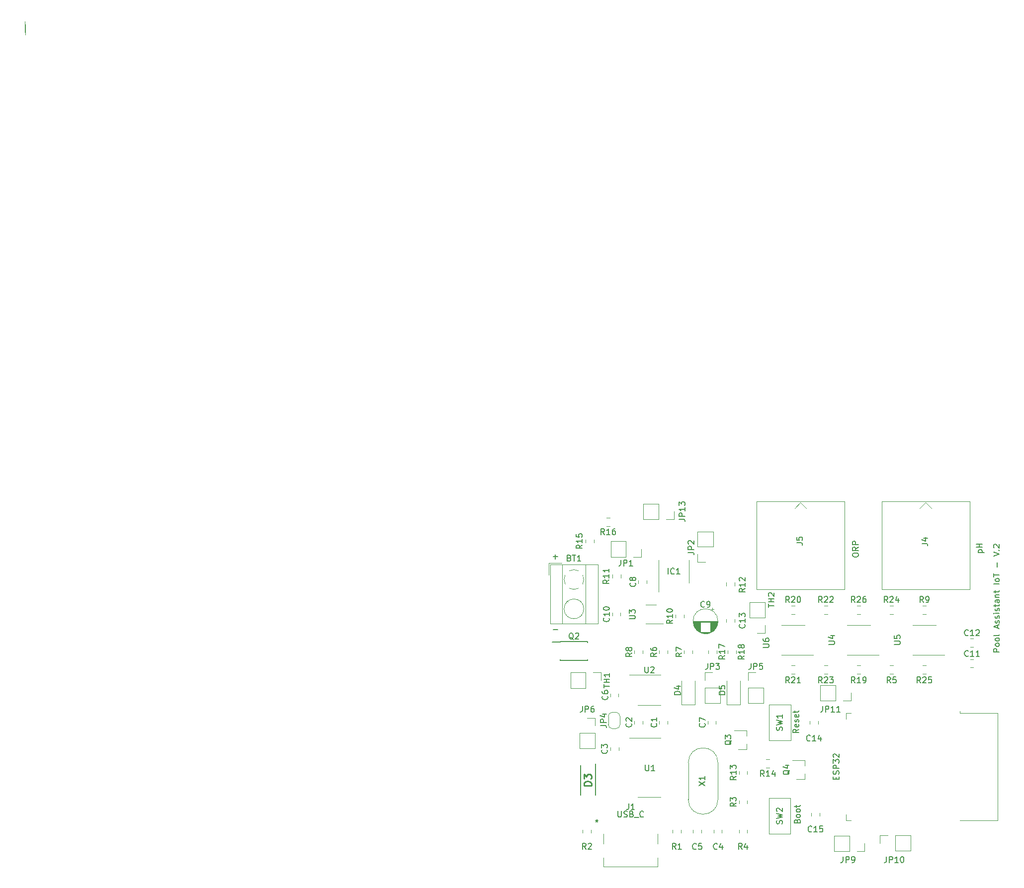
<source format=gbr>
G04 #@! TF.GenerationSoftware,KiCad,Pcbnew,(5.1.2)-1*
G04 #@! TF.CreationDate,2022-09-28T11:17:11-03:00*
G04 #@! TF.ProjectId,esp32,65737033-322e-46b6-9963-61645f706362,rev?*
G04 #@! TF.SameCoordinates,Original*
G04 #@! TF.FileFunction,Legend,Top*
G04 #@! TF.FilePolarity,Positive*
%FSLAX46Y46*%
G04 Gerber Fmt 4.6, Leading zero omitted, Abs format (unit mm)*
G04 Created by KiCad (PCBNEW (5.1.2)-1) date 2022-09-28 11:17:11*
%MOMM*%
%LPD*%
G04 APERTURE LIST*
%ADD10C,0.150000*%
%ADD11C,0.120000*%
%ADD12C,0.200000*%
%ADD13C,0.254000*%
G04 APERTURE END LIST*
D10*
X162345714Y-89765095D02*
X163345714Y-89765095D01*
X162393333Y-89765095D02*
X162345714Y-89669857D01*
X162345714Y-89479380D01*
X162393333Y-89384142D01*
X162440952Y-89336523D01*
X162536190Y-89288904D01*
X162821904Y-89288904D01*
X162917142Y-89336523D01*
X162964761Y-89384142D01*
X163012380Y-89479380D01*
X163012380Y-89669857D01*
X162964761Y-89765095D01*
X163012380Y-88860333D02*
X162012380Y-88860333D01*
X162488571Y-88860333D02*
X162488571Y-88288904D01*
X163012380Y-88288904D02*
X162012380Y-88288904D01*
X140930380Y-90249238D02*
X140930380Y-90058761D01*
X140978000Y-89963523D01*
X141073238Y-89868285D01*
X141263714Y-89820666D01*
X141597047Y-89820666D01*
X141787523Y-89868285D01*
X141882761Y-89963523D01*
X141930380Y-90058761D01*
X141930380Y-90249238D01*
X141882761Y-90344476D01*
X141787523Y-90439714D01*
X141597047Y-90487333D01*
X141263714Y-90487333D01*
X141073238Y-90439714D01*
X140978000Y-90344476D01*
X140930380Y-90249238D01*
X141930380Y-88820666D02*
X141454190Y-89154000D01*
X141930380Y-89392095D02*
X140930380Y-89392095D01*
X140930380Y-89011142D01*
X140978000Y-88915904D01*
X141025619Y-88868285D01*
X141120857Y-88820666D01*
X141263714Y-88820666D01*
X141358952Y-88868285D01*
X141406571Y-88915904D01*
X141454190Y-89011142D01*
X141454190Y-89392095D01*
X141930380Y-88392095D02*
X140930380Y-88392095D01*
X140930380Y-88011142D01*
X140978000Y-87915904D01*
X141025619Y-87868285D01*
X141120857Y-87820666D01*
X141263714Y-87820666D01*
X141358952Y-87868285D01*
X141406571Y-87915904D01*
X141454190Y-88011142D01*
X141454190Y-88392095D01*
X131500571Y-135485047D02*
X131548190Y-135342190D01*
X131595809Y-135294571D01*
X131691047Y-135246952D01*
X131833904Y-135246952D01*
X131929142Y-135294571D01*
X131976761Y-135342190D01*
X132024380Y-135437428D01*
X132024380Y-135818380D01*
X131024380Y-135818380D01*
X131024380Y-135485047D01*
X131072000Y-135389809D01*
X131119619Y-135342190D01*
X131214857Y-135294571D01*
X131310095Y-135294571D01*
X131405333Y-135342190D01*
X131452952Y-135389809D01*
X131500571Y-135485047D01*
X131500571Y-135818380D01*
X132024380Y-134675523D02*
X131976761Y-134770761D01*
X131929142Y-134818380D01*
X131833904Y-134866000D01*
X131548190Y-134866000D01*
X131452952Y-134818380D01*
X131405333Y-134770761D01*
X131357714Y-134675523D01*
X131357714Y-134532666D01*
X131405333Y-134437428D01*
X131452952Y-134389809D01*
X131548190Y-134342190D01*
X131833904Y-134342190D01*
X131929142Y-134389809D01*
X131976761Y-134437428D01*
X132024380Y-134532666D01*
X132024380Y-134675523D01*
X132024380Y-133770761D02*
X131976761Y-133866000D01*
X131929142Y-133913619D01*
X131833904Y-133961238D01*
X131548190Y-133961238D01*
X131452952Y-133913619D01*
X131405333Y-133866000D01*
X131357714Y-133770761D01*
X131357714Y-133627904D01*
X131405333Y-133532666D01*
X131452952Y-133485047D01*
X131548190Y-133437428D01*
X131833904Y-133437428D01*
X131929142Y-133485047D01*
X131976761Y-133532666D01*
X132024380Y-133627904D01*
X132024380Y-133770761D01*
X131357714Y-133151714D02*
X131357714Y-132770761D01*
X131024380Y-133008857D02*
X131881523Y-133008857D01*
X131976761Y-132961238D01*
X132024380Y-132866000D01*
X132024380Y-132770761D01*
D11*
X50000Y-1550000D02*
X50000Y250000D01*
X-60000Y-1100000D02*
X-60000Y750000D01*
D10*
X165933380Y-106678857D02*
X164933380Y-106678857D01*
X164933380Y-106297904D01*
X164981000Y-106202666D01*
X165028619Y-106155047D01*
X165123857Y-106107428D01*
X165266714Y-106107428D01*
X165361952Y-106155047D01*
X165409571Y-106202666D01*
X165457190Y-106297904D01*
X165457190Y-106678857D01*
X165933380Y-105536000D02*
X165885761Y-105631238D01*
X165838142Y-105678857D01*
X165742904Y-105726476D01*
X165457190Y-105726476D01*
X165361952Y-105678857D01*
X165314333Y-105631238D01*
X165266714Y-105536000D01*
X165266714Y-105393142D01*
X165314333Y-105297904D01*
X165361952Y-105250285D01*
X165457190Y-105202666D01*
X165742904Y-105202666D01*
X165838142Y-105250285D01*
X165885761Y-105297904D01*
X165933380Y-105393142D01*
X165933380Y-105536000D01*
X165933380Y-104631238D02*
X165885761Y-104726476D01*
X165838142Y-104774095D01*
X165742904Y-104821714D01*
X165457190Y-104821714D01*
X165361952Y-104774095D01*
X165314333Y-104726476D01*
X165266714Y-104631238D01*
X165266714Y-104488380D01*
X165314333Y-104393142D01*
X165361952Y-104345523D01*
X165457190Y-104297904D01*
X165742904Y-104297904D01*
X165838142Y-104345523D01*
X165885761Y-104393142D01*
X165933380Y-104488380D01*
X165933380Y-104631238D01*
X165933380Y-103726476D02*
X165885761Y-103821714D01*
X165790523Y-103869333D01*
X164933380Y-103869333D01*
X165647666Y-102631238D02*
X165647666Y-102155047D01*
X165933380Y-102726476D02*
X164933380Y-102393142D01*
X165933380Y-102059809D01*
X165885761Y-101774095D02*
X165933380Y-101678857D01*
X165933380Y-101488380D01*
X165885761Y-101393142D01*
X165790523Y-101345523D01*
X165742904Y-101345523D01*
X165647666Y-101393142D01*
X165600047Y-101488380D01*
X165600047Y-101631238D01*
X165552428Y-101726476D01*
X165457190Y-101774095D01*
X165409571Y-101774095D01*
X165314333Y-101726476D01*
X165266714Y-101631238D01*
X165266714Y-101488380D01*
X165314333Y-101393142D01*
X165885761Y-100964571D02*
X165933380Y-100869333D01*
X165933380Y-100678857D01*
X165885761Y-100583619D01*
X165790523Y-100536000D01*
X165742904Y-100536000D01*
X165647666Y-100583619D01*
X165600047Y-100678857D01*
X165600047Y-100821714D01*
X165552428Y-100916952D01*
X165457190Y-100964571D01*
X165409571Y-100964571D01*
X165314333Y-100916952D01*
X165266714Y-100821714D01*
X165266714Y-100678857D01*
X165314333Y-100583619D01*
X165933380Y-100107428D02*
X165266714Y-100107428D01*
X164933380Y-100107428D02*
X164981000Y-100155047D01*
X165028619Y-100107428D01*
X164981000Y-100059809D01*
X164933380Y-100107428D01*
X165028619Y-100107428D01*
X165885761Y-99678857D02*
X165933380Y-99583619D01*
X165933380Y-99393142D01*
X165885761Y-99297904D01*
X165790523Y-99250285D01*
X165742904Y-99250285D01*
X165647666Y-99297904D01*
X165600047Y-99393142D01*
X165600047Y-99536000D01*
X165552428Y-99631238D01*
X165457190Y-99678857D01*
X165409571Y-99678857D01*
X165314333Y-99631238D01*
X165266714Y-99536000D01*
X165266714Y-99393142D01*
X165314333Y-99297904D01*
X165266714Y-98964571D02*
X165266714Y-98583619D01*
X164933380Y-98821714D02*
X165790523Y-98821714D01*
X165885761Y-98774095D01*
X165933380Y-98678857D01*
X165933380Y-98583619D01*
X165933380Y-97821714D02*
X165409571Y-97821714D01*
X165314333Y-97869333D01*
X165266714Y-97964571D01*
X165266714Y-98155047D01*
X165314333Y-98250285D01*
X165885761Y-97821714D02*
X165933380Y-97916952D01*
X165933380Y-98155047D01*
X165885761Y-98250285D01*
X165790523Y-98297904D01*
X165695285Y-98297904D01*
X165600047Y-98250285D01*
X165552428Y-98155047D01*
X165552428Y-97916952D01*
X165504809Y-97821714D01*
X165266714Y-97345523D02*
X165933380Y-97345523D01*
X165361952Y-97345523D02*
X165314333Y-97297904D01*
X165266714Y-97202666D01*
X165266714Y-97059809D01*
X165314333Y-96964571D01*
X165409571Y-96916952D01*
X165933380Y-96916952D01*
X165266714Y-96583619D02*
X165266714Y-96202666D01*
X164933380Y-96440761D02*
X165790523Y-96440761D01*
X165885761Y-96393142D01*
X165933380Y-96297904D01*
X165933380Y-96202666D01*
X165933380Y-95107428D02*
X164933380Y-95107428D01*
X165933380Y-94488380D02*
X165885761Y-94583619D01*
X165838142Y-94631238D01*
X165742904Y-94678857D01*
X165457190Y-94678857D01*
X165361952Y-94631238D01*
X165314333Y-94583619D01*
X165266714Y-94488380D01*
X165266714Y-94345523D01*
X165314333Y-94250285D01*
X165361952Y-94202666D01*
X165457190Y-94155047D01*
X165742904Y-94155047D01*
X165838142Y-94202666D01*
X165885761Y-94250285D01*
X165933380Y-94345523D01*
X165933380Y-94488380D01*
X164933380Y-93869333D02*
X164933380Y-93297904D01*
X165933380Y-93583619D02*
X164933380Y-93583619D01*
X165552428Y-92202666D02*
X165552428Y-91440761D01*
X164933380Y-90345523D02*
X165933380Y-90012190D01*
X164933380Y-89678857D01*
X165838142Y-89345523D02*
X165885761Y-89297904D01*
X165933380Y-89345523D01*
X165885761Y-89393142D01*
X165838142Y-89345523D01*
X165933380Y-89345523D01*
X165028619Y-88916952D02*
X164981000Y-88869333D01*
X164933380Y-88774095D01*
X164933380Y-88536000D01*
X164981000Y-88440761D01*
X165028619Y-88393142D01*
X165123857Y-88345523D01*
X165219095Y-88345523D01*
X165361952Y-88393142D01*
X165933380Y-88964571D01*
X165933380Y-88345523D01*
X89989047Y-102856428D02*
X90750952Y-102856428D01*
X89949047Y-90466428D02*
X90710952Y-90466428D01*
X90330000Y-90847380D02*
X90330000Y-90085476D01*
X131770380Y-119856095D02*
X131294190Y-120189428D01*
X131770380Y-120427523D02*
X130770380Y-120427523D01*
X130770380Y-120046571D01*
X130818000Y-119951333D01*
X130865619Y-119903714D01*
X130960857Y-119856095D01*
X131103714Y-119856095D01*
X131198952Y-119903714D01*
X131246571Y-119951333D01*
X131294190Y-120046571D01*
X131294190Y-120427523D01*
X131722761Y-119046571D02*
X131770380Y-119141809D01*
X131770380Y-119332285D01*
X131722761Y-119427523D01*
X131627523Y-119475142D01*
X131246571Y-119475142D01*
X131151333Y-119427523D01*
X131103714Y-119332285D01*
X131103714Y-119141809D01*
X131151333Y-119046571D01*
X131246571Y-118998952D01*
X131341809Y-118998952D01*
X131437047Y-119475142D01*
X131722761Y-118618000D02*
X131770380Y-118522761D01*
X131770380Y-118332285D01*
X131722761Y-118237047D01*
X131627523Y-118189428D01*
X131579904Y-118189428D01*
X131484666Y-118237047D01*
X131437047Y-118332285D01*
X131437047Y-118475142D01*
X131389428Y-118570380D01*
X131294190Y-118618000D01*
X131246571Y-118618000D01*
X131151333Y-118570380D01*
X131103714Y-118475142D01*
X131103714Y-118332285D01*
X131151333Y-118237047D01*
X131722761Y-117379904D02*
X131770380Y-117475142D01*
X131770380Y-117665619D01*
X131722761Y-117760857D01*
X131627523Y-117808476D01*
X131246571Y-117808476D01*
X131151333Y-117760857D01*
X131103714Y-117665619D01*
X131103714Y-117475142D01*
X131151333Y-117379904D01*
X131246571Y-117332285D01*
X131341809Y-117332285D01*
X131437047Y-117808476D01*
X131103714Y-117046571D02*
X131103714Y-116665619D01*
X130770380Y-116903714D02*
X131627523Y-116903714D01*
X131722761Y-116856095D01*
X131770380Y-116760857D01*
X131770380Y-116665619D01*
X131500571Y-135485047D02*
X131548190Y-135342190D01*
X131595809Y-135294571D01*
X131691047Y-135246952D01*
X131833904Y-135246952D01*
X131929142Y-135294571D01*
X131976761Y-135342190D01*
X132024380Y-135437428D01*
X132024380Y-135818380D01*
X131024380Y-135818380D01*
X131024380Y-135485047D01*
X131072000Y-135389809D01*
X131119619Y-135342190D01*
X131214857Y-135294571D01*
X131310095Y-135294571D01*
X131405333Y-135342190D01*
X131452952Y-135389809D01*
X131500571Y-135485047D01*
X131500571Y-135818380D01*
X132024380Y-134675523D02*
X131976761Y-134770761D01*
X131929142Y-134818380D01*
X131833904Y-134866000D01*
X131548190Y-134866000D01*
X131452952Y-134818380D01*
X131405333Y-134770761D01*
X131357714Y-134675523D01*
X131357714Y-134532666D01*
X131405333Y-134437428D01*
X131452952Y-134389809D01*
X131548190Y-134342190D01*
X131833904Y-134342190D01*
X131929142Y-134389809D01*
X131976761Y-134437428D01*
X132024380Y-134532666D01*
X132024380Y-134675523D01*
X132024380Y-133770761D02*
X131976761Y-133866000D01*
X131929142Y-133913619D01*
X131833904Y-133961238D01*
X131548190Y-133961238D01*
X131452952Y-133913619D01*
X131405333Y-133866000D01*
X131357714Y-133770761D01*
X131357714Y-133627904D01*
X131405333Y-133532666D01*
X131452952Y-133485047D01*
X131548190Y-133437428D01*
X131833904Y-133437428D01*
X131929142Y-133485047D01*
X131976761Y-133532666D01*
X132024380Y-133627904D01*
X132024380Y-133770761D01*
X131357714Y-133151714D02*
X131357714Y-132770761D01*
X131024380Y-133008857D02*
X131881523Y-133008857D01*
X131976761Y-132961238D01*
X132024380Y-132866000D01*
X132024380Y-132770761D01*
D11*
X98526600Y-143243300D02*
X107721400Y-143243300D01*
X107721400Y-143243300D02*
X107721400Y-141712293D01*
X98526600Y-137684692D02*
X98526600Y-139339109D01*
X98526600Y-141712293D02*
X98526600Y-143243300D01*
X107721400Y-139339109D02*
X107721400Y-137684692D01*
X96390000Y-137499252D02*
X96390000Y-136976748D01*
X94970000Y-137499252D02*
X94970000Y-136976748D01*
X111708000Y-137499252D02*
X111708000Y-136976748D01*
X110288000Y-137499252D02*
X110288000Y-136976748D01*
X140649000Y-113665000D02*
X140649000Y-114995000D01*
X140649000Y-114995000D02*
X139319000Y-114995000D01*
X138049000Y-114995000D02*
X135449000Y-114995000D01*
X135449000Y-112335000D02*
X135449000Y-114995000D01*
X138049000Y-112335000D02*
X135449000Y-112335000D01*
X138049000Y-112335000D02*
X138049000Y-114995000D01*
X110499200Y-82753200D02*
X110499200Y-84083200D01*
X110499200Y-84083200D02*
X109169200Y-84083200D01*
X107899200Y-84083200D02*
X105299200Y-84083200D01*
X105299200Y-81423200D02*
X105299200Y-84083200D01*
X107899200Y-81423200D02*
X105299200Y-81423200D01*
X107899200Y-81423200D02*
X107899200Y-84083200D01*
X145609000Y-139255500D02*
X145609000Y-137925500D01*
X145609000Y-137925500D02*
X146939000Y-137925500D01*
X148209000Y-137925500D02*
X150809000Y-137925500D01*
X150809000Y-140585500D02*
X150809000Y-137925500D01*
X148209000Y-140585500D02*
X150809000Y-140585500D01*
X148209000Y-140585500D02*
X148209000Y-137925500D01*
X142998500Y-139319000D02*
X142998500Y-140649000D01*
X142998500Y-140649000D02*
X141668500Y-140649000D01*
X140398500Y-140649000D02*
X137798500Y-140649000D01*
X137798500Y-137989000D02*
X137798500Y-140649000D01*
X140398500Y-137989000D02*
X137798500Y-137989000D01*
X140398500Y-137989000D02*
X140398500Y-140649000D01*
X95758000Y-117923000D02*
X97088000Y-117923000D01*
X97088000Y-117923000D02*
X97088000Y-119253000D01*
X97088000Y-120523000D02*
X97088000Y-123123000D01*
X94428000Y-123123000D02*
X97088000Y-123123000D01*
X94428000Y-120523000D02*
X94428000Y-123123000D01*
X94428000Y-120523000D02*
X97088000Y-120523000D01*
X126730000Y-115635000D02*
X130430000Y-115635000D01*
X126730000Y-121755000D02*
X126730000Y-115635000D01*
X130430000Y-121755000D02*
X126730000Y-121755000D01*
X130430000Y-115635000D02*
X130430000Y-121755000D01*
X141986000Y-107208000D02*
X145436000Y-107208000D01*
X141986000Y-107208000D02*
X140036000Y-107208000D01*
X141986000Y-102088000D02*
X143936000Y-102088000D01*
X141986000Y-102088000D02*
X140036000Y-102088000D01*
X132080000Y-81226000D02*
X133080000Y-82226000D01*
X132080000Y-81226000D02*
X131080000Y-82226000D01*
X124580000Y-96026000D02*
X124580000Y-81026000D01*
X139580000Y-96026000D02*
X124580000Y-96026000D01*
X139580000Y-81026000D02*
X139580000Y-96026000D01*
X124580000Y-81026000D02*
X139580000Y-81026000D01*
X153386000Y-81226000D02*
X154386000Y-82226000D01*
X153386000Y-81226000D02*
X152386000Y-82226000D01*
X145886000Y-96026000D02*
X145886000Y-81026000D01*
X160886000Y-96026000D02*
X145886000Y-96026000D01*
X160886000Y-81026000D02*
X160886000Y-96026000D01*
X145886000Y-81026000D02*
X160886000Y-81026000D01*
X159190000Y-117118000D02*
X159190000Y-116738000D01*
X165610000Y-117118000D02*
X159190000Y-117118000D01*
X165610000Y-135358000D02*
X159190000Y-135358000D01*
X165610000Y-117118000D02*
X165610000Y-135358000D01*
X139865000Y-135358000D02*
X139865000Y-134358000D01*
X140645000Y-135358000D02*
X139865000Y-135358000D01*
X139865000Y-117118000D02*
X139865000Y-118118000D01*
X140645000Y-117118000D02*
X139865000Y-117118000D01*
X106340000Y-121330000D02*
X102890000Y-121330000D01*
X106340000Y-121330000D02*
X108290000Y-121330000D01*
X106340000Y-131450000D02*
X104390000Y-131450000D01*
X106340000Y-131450000D02*
X108290000Y-131450000D01*
X130810000Y-102088000D02*
X128860000Y-102088000D01*
X130810000Y-102088000D02*
X132760000Y-102088000D01*
X130810000Y-107208000D02*
X128860000Y-107208000D01*
X130810000Y-107208000D02*
X134260000Y-107208000D01*
X153162000Y-107208000D02*
X156612000Y-107208000D01*
X153162000Y-107208000D02*
X151212000Y-107208000D01*
X153162000Y-102088000D02*
X155112000Y-102088000D01*
X153162000Y-102088000D02*
X151212000Y-102088000D01*
X126044000Y-103438000D02*
X124714000Y-103438000D01*
X126044000Y-102108000D02*
X126044000Y-103438000D01*
X126044000Y-100838000D02*
X123384000Y-100838000D01*
X123384000Y-100838000D02*
X123384000Y-98238000D01*
X126044000Y-100838000D02*
X126044000Y-98238000D01*
X126044000Y-98238000D02*
X123384000Y-98238000D01*
X98104000Y-110176000D02*
X98104000Y-111506000D01*
X96774000Y-110176000D02*
X98104000Y-110176000D01*
X95504000Y-110176000D02*
X95504000Y-112836000D01*
X95504000Y-112836000D02*
X92904000Y-112836000D01*
X95504000Y-110176000D02*
X92904000Y-110176000D01*
X92904000Y-110176000D02*
X92904000Y-112836000D01*
X130374000Y-137680000D02*
X126674000Y-137680000D01*
X130374000Y-131560000D02*
X130374000Y-137680000D01*
X126674000Y-131560000D02*
X130374000Y-131560000D01*
X126674000Y-137680000D02*
X126674000Y-131560000D01*
X142247252Y-98858000D02*
X141724748Y-98858000D01*
X142247252Y-100278000D02*
X141724748Y-100278000D01*
X152900748Y-110438000D02*
X153423252Y-110438000D01*
X152900748Y-109018000D02*
X153423252Y-109018000D01*
X147312748Y-100278000D02*
X147835252Y-100278000D01*
X147312748Y-98858000D02*
X147835252Y-98858000D01*
X136659252Y-109018000D02*
X136136748Y-109018000D01*
X136659252Y-110438000D02*
X136136748Y-110438000D01*
X136659252Y-98858000D02*
X136136748Y-98858000D01*
X136659252Y-100278000D02*
X136136748Y-100278000D01*
X130548748Y-110438000D02*
X131071252Y-110438000D01*
X130548748Y-109018000D02*
X131071252Y-109018000D01*
X131071252Y-98858000D02*
X130548748Y-98858000D01*
X131071252Y-100278000D02*
X130548748Y-100278000D01*
X142247252Y-109018000D02*
X141724748Y-109018000D01*
X142247252Y-110438000D02*
X141724748Y-110438000D01*
X119686000Y-106427748D02*
X119686000Y-106950252D01*
X121106000Y-106427748D02*
X121106000Y-106950252D01*
X116384000Y-106409748D02*
X116384000Y-106932252D01*
X117804000Y-106409748D02*
X117804000Y-106932252D01*
X153423252Y-98858000D02*
X152900748Y-98858000D01*
X153423252Y-100278000D02*
X152900748Y-100278000D01*
X147312748Y-110438000D02*
X147835252Y-110438000D01*
X147312748Y-109018000D02*
X147835252Y-109018000D01*
X123130000Y-110176000D02*
X124460000Y-110176000D01*
X123130000Y-111506000D02*
X123130000Y-110176000D01*
X123130000Y-112776000D02*
X125790000Y-112776000D01*
X125790000Y-112776000D02*
X125790000Y-115376000D01*
X123130000Y-112776000D02*
X123130000Y-115376000D01*
X123130000Y-115376000D02*
X125790000Y-115376000D01*
X115764000Y-110176000D02*
X117094000Y-110176000D01*
X115764000Y-111506000D02*
X115764000Y-110176000D01*
X115764000Y-112776000D02*
X118424000Y-112776000D01*
X118424000Y-112776000D02*
X118424000Y-115376000D01*
X115764000Y-112776000D02*
X115764000Y-115376000D01*
X115764000Y-115376000D02*
X118424000Y-115376000D01*
X107930000Y-92964000D02*
X107930000Y-96414000D01*
X107930000Y-92964000D02*
X107930000Y-91014000D01*
X113050000Y-92964000D02*
X113050000Y-94914000D01*
X113050000Y-92964000D02*
X113050000Y-91014000D01*
X99330000Y-119064000D02*
X99330000Y-117664000D01*
X100030000Y-116964000D02*
X100630000Y-116964000D01*
X101330000Y-117664000D02*
X101330000Y-119064000D01*
X100630000Y-119764000D02*
X100030000Y-119764000D01*
X100030000Y-119764000D02*
G75*
G02X99330000Y-119064000I0J700000D01*
G01*
X101330000Y-119064000D02*
G75*
G02X100630000Y-119764000I-700000J0D01*
G01*
X100630000Y-116964000D02*
G75*
G02X101330000Y-117664000I0J-700000D01*
G01*
X99330000Y-117664000D02*
G75*
G02X100030000Y-116964000I700000J0D01*
G01*
X99061748Y-85292000D02*
X99584252Y-85292000D01*
X99061748Y-83872000D02*
X99584252Y-83872000D01*
X96876000Y-88094252D02*
X96876000Y-87571748D01*
X95456000Y-88094252D02*
X95456000Y-87571748D01*
X119446000Y-101063748D02*
X119446000Y-101586252D01*
X120866000Y-101063748D02*
X120866000Y-101586252D01*
X119446000Y-94873748D02*
X119446000Y-95396252D01*
X120866000Y-94873748D02*
X120866000Y-95396252D01*
X108010000Y-106956252D02*
X108010000Y-106433748D01*
X109430000Y-106956252D02*
X109430000Y-106433748D01*
X89180000Y-91545000D02*
X89180000Y-93545000D01*
X91420000Y-91545000D02*
X89180000Y-91545000D01*
X92504000Y-98165000D02*
X92411000Y-98071000D01*
X94755000Y-100415000D02*
X94696000Y-100356000D01*
X92264000Y-98335000D02*
X92206000Y-98276000D01*
X94549000Y-100620000D02*
X94456000Y-100526000D01*
X97540000Y-101905000D02*
X89420000Y-101905000D01*
X97540000Y-91785000D02*
X89420000Y-91785000D01*
X89420000Y-91785000D02*
X89420000Y-101905000D01*
X97540000Y-91785000D02*
X97540000Y-101905000D01*
X95480000Y-91785000D02*
X95480000Y-101905000D01*
X91480000Y-91785000D02*
X91480000Y-101905000D01*
X95160000Y-99345000D02*
G75*
G03X95160000Y-99345000I-1680000J0D01*
G01*
X91799550Y-94374383D02*
G75*
G02X91996000Y-93556000I1680450J29383D01*
G01*
X92690912Y-92861047D02*
G75*
G02X94269000Y-92861000I789088J-1483953D01*
G01*
X94963953Y-93555912D02*
G75*
G02X94964000Y-95134000I-1483953J-789088D01*
G01*
X94269088Y-95828953D02*
G75*
G02X92691000Y-95829000I-789088J1483953D01*
G01*
X91996648Y-95133712D02*
G75*
G02X91800000Y-94345000I1483352J788712D01*
G01*
X105866000Y-94489748D02*
X105866000Y-95012252D01*
X104446000Y-94489748D02*
X104446000Y-95012252D01*
X101080000Y-114321252D02*
X101080000Y-113798748D01*
X99660000Y-114321252D02*
X99660000Y-113798748D01*
X112260000Y-106956252D02*
X112260000Y-106433748D01*
X113680000Y-106956252D02*
X113680000Y-106433748D01*
X105180000Y-106956252D02*
X105180000Y-106433748D01*
X103760000Y-106956252D02*
X103760000Y-106433748D01*
X106340000Y-110615000D02*
X102890000Y-110615000D01*
X106340000Y-110615000D02*
X108290000Y-110615000D01*
X106340000Y-115735000D02*
X104390000Y-115735000D01*
X106340000Y-115735000D02*
X108290000Y-115735000D01*
X104962000Y-89154000D02*
X104962000Y-90484000D01*
X104962000Y-90484000D02*
X103632000Y-90484000D01*
X102362000Y-90484000D02*
X99762000Y-90484000D01*
X99762000Y-87824000D02*
X99762000Y-90484000D01*
X102362000Y-87824000D02*
X99762000Y-87824000D01*
X102362000Y-87824000D02*
X102362000Y-90484000D01*
X117670000Y-118433748D02*
X117670000Y-118956252D01*
X116250000Y-118433748D02*
X116250000Y-118956252D01*
X101440000Y-93523748D02*
X101440000Y-94046252D01*
X100020000Y-93523748D02*
X100020000Y-94046252D01*
X114105000Y-115655000D02*
X114105000Y-111595000D01*
X111835000Y-115655000D02*
X114105000Y-115655000D01*
X111835000Y-111595000D02*
X111835000Y-115655000D01*
X101420000Y-100003748D02*
X101420000Y-100526252D01*
X100000000Y-100003748D02*
X100000000Y-100526252D01*
X107480000Y-98675000D02*
X105680000Y-98675000D01*
X105680000Y-101895000D02*
X108630000Y-101895000D01*
X112216000Y-100331748D02*
X112216000Y-100854252D01*
X110796000Y-100331748D02*
X110796000Y-100854252D01*
X121785000Y-115655000D02*
X121785000Y-111595000D01*
X119515000Y-115655000D02*
X121785000Y-115655000D01*
X119515000Y-111595000D02*
X119515000Y-115655000D01*
X113766000Y-136976748D02*
X113766000Y-137499252D01*
X115186000Y-136976748D02*
X115186000Y-137499252D01*
X117266000Y-136976748D02*
X117266000Y-137499252D01*
X118686000Y-136976748D02*
X118686000Y-137499252D01*
X112955000Y-125560000D02*
X112955000Y-131810000D01*
X118005000Y-125560000D02*
X118005000Y-131810000D01*
X112955000Y-131810000D02*
G75*
G03X118005000Y-131810000I2525000J0D01*
G01*
X112955000Y-125560000D02*
G75*
G02X118005000Y-125560000I2525000J0D01*
G01*
D12*
X94587000Y-126004000D02*
X94587000Y-131044000D01*
X97183000Y-131044000D02*
X97183000Y-125699000D01*
D11*
X103760000Y-118423748D02*
X103760000Y-118946252D01*
X105180000Y-118423748D02*
X105180000Y-118946252D01*
X101100000Y-123451252D02*
X101100000Y-122928748D01*
X99680000Y-123451252D02*
X99680000Y-122928748D01*
D10*
X91165000Y-104920000D02*
X91165000Y-105020000D01*
X95815000Y-104920000D02*
X95815000Y-105120000D01*
X95815000Y-108170000D02*
X95815000Y-107970000D01*
X91165000Y-108170000D02*
X91165000Y-107970000D01*
X91165000Y-104920000D02*
X95815000Y-104920000D01*
X91165000Y-108170000D02*
X95815000Y-108170000D01*
X91165000Y-105020000D02*
X89815000Y-105020000D01*
D11*
X115880000Y-91365000D02*
X114550000Y-91365000D01*
X114550000Y-91365000D02*
X114550000Y-90035000D01*
X114550000Y-88765000D02*
X114550000Y-86165000D01*
X117210000Y-86165000D02*
X114550000Y-86165000D01*
X117210000Y-88765000D02*
X117210000Y-86165000D01*
X117210000Y-88765000D02*
X114550000Y-88765000D01*
X108010000Y-118428748D02*
X108010000Y-118951252D01*
X109430000Y-118428748D02*
X109430000Y-118951252D01*
X161537252Y-105802000D02*
X161014748Y-105802000D01*
X161537252Y-104382000D02*
X161014748Y-104382000D01*
X161019748Y-107932000D02*
X161542252Y-107932000D01*
X161019748Y-109352000D02*
X161542252Y-109352000D01*
X117275000Y-99385199D02*
X116875000Y-99385199D01*
X117075000Y-99185199D02*
X117075000Y-99585199D01*
X116250000Y-103536000D02*
X115510000Y-103536000D01*
X116417000Y-103496000D02*
X115343000Y-103496000D01*
X116544000Y-103456000D02*
X115216000Y-103456000D01*
X116648000Y-103416000D02*
X115112000Y-103416000D01*
X116739000Y-103376000D02*
X115021000Y-103376000D01*
X116820000Y-103336000D02*
X114940000Y-103336000D01*
X116893000Y-103296000D02*
X114867000Y-103296000D01*
X115040000Y-103256000D02*
X114800000Y-103256000D01*
X116960000Y-103256000D02*
X116720000Y-103256000D01*
X115040000Y-103216000D02*
X114738000Y-103216000D01*
X117022000Y-103216000D02*
X116720000Y-103216000D01*
X115040000Y-103176000D02*
X114680000Y-103176000D01*
X117080000Y-103176000D02*
X116720000Y-103176000D01*
X115040000Y-103136000D02*
X114626000Y-103136000D01*
X117134000Y-103136000D02*
X116720000Y-103136000D01*
X115040000Y-103096000D02*
X114576000Y-103096000D01*
X117184000Y-103096000D02*
X116720000Y-103096000D01*
X115040000Y-103056000D02*
X114529000Y-103056000D01*
X117231000Y-103056000D02*
X116720000Y-103056000D01*
X115040000Y-103016000D02*
X114484000Y-103016000D01*
X117276000Y-103016000D02*
X116720000Y-103016000D01*
X115040000Y-102976000D02*
X114442000Y-102976000D01*
X117318000Y-102976000D02*
X116720000Y-102976000D01*
X115040000Y-102936000D02*
X114402000Y-102936000D01*
X117358000Y-102936000D02*
X116720000Y-102936000D01*
X115040000Y-102896000D02*
X114364000Y-102896000D01*
X117396000Y-102896000D02*
X116720000Y-102896000D01*
X115040000Y-102856000D02*
X114328000Y-102856000D01*
X117432000Y-102856000D02*
X116720000Y-102856000D01*
X115040000Y-102816000D02*
X114293000Y-102816000D01*
X117467000Y-102816000D02*
X116720000Y-102816000D01*
X115040000Y-102776000D02*
X114261000Y-102776000D01*
X117499000Y-102776000D02*
X116720000Y-102776000D01*
X115040000Y-102736000D02*
X114230000Y-102736000D01*
X117530000Y-102736000D02*
X116720000Y-102736000D01*
X115040000Y-102696000D02*
X114200000Y-102696000D01*
X117560000Y-102696000D02*
X116720000Y-102696000D01*
X115040000Y-102656000D02*
X114172000Y-102656000D01*
X117588000Y-102656000D02*
X116720000Y-102656000D01*
X115040000Y-102616000D02*
X114145000Y-102616000D01*
X117615000Y-102616000D02*
X116720000Y-102616000D01*
X115040000Y-102576000D02*
X114120000Y-102576000D01*
X117640000Y-102576000D02*
X116720000Y-102576000D01*
X115040000Y-102536000D02*
X114095000Y-102536000D01*
X117665000Y-102536000D02*
X116720000Y-102536000D01*
X115040000Y-102496000D02*
X114072000Y-102496000D01*
X117688000Y-102496000D02*
X116720000Y-102496000D01*
X115040000Y-102456000D02*
X114050000Y-102456000D01*
X117710000Y-102456000D02*
X116720000Y-102456000D01*
X115040000Y-102416000D02*
X114029000Y-102416000D01*
X117731000Y-102416000D02*
X116720000Y-102416000D01*
X115040000Y-102376000D02*
X114010000Y-102376000D01*
X117750000Y-102376000D02*
X116720000Y-102376000D01*
X115040000Y-102336000D02*
X113991000Y-102336000D01*
X117769000Y-102336000D02*
X116720000Y-102336000D01*
X115040000Y-102296000D02*
X113973000Y-102296000D01*
X117787000Y-102296000D02*
X116720000Y-102296000D01*
X115040000Y-102256000D02*
X113956000Y-102256000D01*
X117804000Y-102256000D02*
X116720000Y-102256000D01*
X115040000Y-102216000D02*
X113940000Y-102216000D01*
X117820000Y-102216000D02*
X116720000Y-102216000D01*
X115040000Y-102176000D02*
X113926000Y-102176000D01*
X117834000Y-102176000D02*
X116720000Y-102176000D01*
X115040000Y-102135000D02*
X113912000Y-102135000D01*
X117848000Y-102135000D02*
X116720000Y-102135000D01*
X115040000Y-102095000D02*
X113898000Y-102095000D01*
X117862000Y-102095000D02*
X116720000Y-102095000D01*
X115040000Y-102055000D02*
X113886000Y-102055000D01*
X117874000Y-102055000D02*
X116720000Y-102055000D01*
X115040000Y-102015000D02*
X113875000Y-102015000D01*
X117885000Y-102015000D02*
X116720000Y-102015000D01*
X115040000Y-101975000D02*
X113864000Y-101975000D01*
X117896000Y-101975000D02*
X116720000Y-101975000D01*
X115040000Y-101935000D02*
X113855000Y-101935000D01*
X117905000Y-101935000D02*
X116720000Y-101935000D01*
X115040000Y-101895000D02*
X113846000Y-101895000D01*
X117914000Y-101895000D02*
X116720000Y-101895000D01*
X115040000Y-101855000D02*
X113838000Y-101855000D01*
X117922000Y-101855000D02*
X116720000Y-101855000D01*
X115040000Y-101815000D02*
X113830000Y-101815000D01*
X117930000Y-101815000D02*
X116720000Y-101815000D01*
X115040000Y-101775000D02*
X113824000Y-101775000D01*
X117936000Y-101775000D02*
X116720000Y-101775000D01*
X115040000Y-101735000D02*
X113818000Y-101735000D01*
X117942000Y-101735000D02*
X116720000Y-101735000D01*
X115040000Y-101695000D02*
X113813000Y-101695000D01*
X117947000Y-101695000D02*
X116720000Y-101695000D01*
X115040000Y-101655000D02*
X113809000Y-101655000D01*
X117951000Y-101655000D02*
X116720000Y-101655000D01*
X117954000Y-101615000D02*
X113806000Y-101615000D01*
X117957000Y-101575000D02*
X113803000Y-101575000D01*
X117959000Y-101535000D02*
X113801000Y-101535000D01*
X117960000Y-101495000D02*
X113800000Y-101495000D01*
X117960000Y-101455000D02*
X113800000Y-101455000D01*
X118000000Y-101455000D02*
G75*
G03X118000000Y-101455000I-2120000J0D01*
G01*
X135330000Y-134627252D02*
X135330000Y-134104748D01*
X133910000Y-134627252D02*
X133910000Y-134104748D01*
X122934000Y-123246000D02*
X121474000Y-123246000D01*
X122934000Y-120086000D02*
X120774000Y-120086000D01*
X122934000Y-120086000D02*
X122934000Y-121016000D01*
X122934000Y-123246000D02*
X122934000Y-122316000D01*
X132840000Y-128326000D02*
X132840000Y-127396000D01*
X132840000Y-125166000D02*
X132840000Y-126096000D01*
X132840000Y-125166000D02*
X130680000Y-125166000D01*
X132840000Y-128326000D02*
X131380000Y-128326000D01*
X126753252Y-126440000D02*
X126230748Y-126440000D01*
X126753252Y-125020000D02*
X126230748Y-125020000D01*
X123004000Y-126979748D02*
X123004000Y-127502252D01*
X121584000Y-126979748D02*
X121584000Y-127502252D01*
X133670000Y-118433748D02*
X133670000Y-118956252D01*
X135090000Y-118433748D02*
X135090000Y-118956252D01*
X121584000Y-132502252D02*
X121584000Y-131979748D01*
X123004000Y-132502252D02*
X123004000Y-131979748D01*
X123004000Y-137502252D02*
X123004000Y-136979748D01*
X121584000Y-137502252D02*
X121584000Y-136979748D01*
D10*
X102790666Y-132548380D02*
X102790666Y-133262666D01*
X102743047Y-133405523D01*
X102647809Y-133500761D01*
X102504952Y-133548380D01*
X102409714Y-133548380D01*
X103790666Y-133548380D02*
X103219238Y-133548380D01*
X103504952Y-133548380D02*
X103504952Y-132548380D01*
X103409714Y-132691238D01*
X103314476Y-132786476D01*
X103219238Y-132834095D01*
X100981142Y-133818380D02*
X100981142Y-134627904D01*
X101028761Y-134723142D01*
X101076380Y-134770761D01*
X101171619Y-134818380D01*
X101362095Y-134818380D01*
X101457333Y-134770761D01*
X101504952Y-134723142D01*
X101552571Y-134627904D01*
X101552571Y-133818380D01*
X101981142Y-134770761D02*
X102124000Y-134818380D01*
X102362095Y-134818380D01*
X102457333Y-134770761D01*
X102504952Y-134723142D01*
X102552571Y-134627904D01*
X102552571Y-134532666D01*
X102504952Y-134437428D01*
X102457333Y-134389809D01*
X102362095Y-134342190D01*
X102171619Y-134294571D01*
X102076380Y-134246952D01*
X102028761Y-134199333D01*
X101981142Y-134104095D01*
X101981142Y-134008857D01*
X102028761Y-133913619D01*
X102076380Y-133866000D01*
X102171619Y-133818380D01*
X102409714Y-133818380D01*
X102552571Y-133866000D01*
X103314476Y-134294571D02*
X103457333Y-134342190D01*
X103504952Y-134389809D01*
X103552571Y-134485047D01*
X103552571Y-134627904D01*
X103504952Y-134723142D01*
X103457333Y-134770761D01*
X103362095Y-134818380D01*
X102981142Y-134818380D01*
X102981142Y-133818380D01*
X103314476Y-133818380D01*
X103409714Y-133866000D01*
X103457333Y-133913619D01*
X103504952Y-134008857D01*
X103504952Y-134104095D01*
X103457333Y-134199333D01*
X103409714Y-134246952D01*
X103314476Y-134294571D01*
X102981142Y-134294571D01*
X103743047Y-134913619D02*
X104504952Y-134913619D01*
X105314476Y-134723142D02*
X105266857Y-134770761D01*
X105124000Y-134818380D01*
X105028761Y-134818380D01*
X104885904Y-134770761D01*
X104790666Y-134675523D01*
X104743047Y-134580285D01*
X104695428Y-134389809D01*
X104695428Y-134246952D01*
X104743047Y-134056476D01*
X104790666Y-133961238D01*
X104885904Y-133866000D01*
X105028761Y-133818380D01*
X105124000Y-133818380D01*
X105266857Y-133866000D01*
X105314476Y-133913619D01*
X97383999Y-135228080D02*
X97383999Y-135466176D01*
X97145903Y-135370938D02*
X97383999Y-135466176D01*
X97622094Y-135370938D01*
X97241141Y-135656652D02*
X97383999Y-135466176D01*
X97526856Y-135656652D01*
X97383999Y-135228080D02*
X97383999Y-135466176D01*
X97145903Y-135370938D02*
X97383999Y-135466176D01*
X97622094Y-135370938D01*
X97241141Y-135656652D02*
X97383999Y-135466176D01*
X97526856Y-135656652D01*
X95517333Y-140282380D02*
X95184000Y-139806190D01*
X94945904Y-140282380D02*
X94945904Y-139282380D01*
X95326857Y-139282380D01*
X95422095Y-139330000D01*
X95469714Y-139377619D01*
X95517333Y-139472857D01*
X95517333Y-139615714D01*
X95469714Y-139710952D01*
X95422095Y-139758571D01*
X95326857Y-139806190D01*
X94945904Y-139806190D01*
X95898285Y-139377619D02*
X95945904Y-139330000D01*
X96041142Y-139282380D01*
X96279238Y-139282380D01*
X96374476Y-139330000D01*
X96422095Y-139377619D01*
X96469714Y-139472857D01*
X96469714Y-139568095D01*
X96422095Y-139710952D01*
X95850666Y-140282380D01*
X96469714Y-140282380D01*
X110831333Y-140282380D02*
X110498000Y-139806190D01*
X110259904Y-140282380D02*
X110259904Y-139282380D01*
X110640857Y-139282380D01*
X110736095Y-139330000D01*
X110783714Y-139377619D01*
X110831333Y-139472857D01*
X110831333Y-139615714D01*
X110783714Y-139710952D01*
X110736095Y-139758571D01*
X110640857Y-139806190D01*
X110259904Y-139806190D01*
X111783714Y-140282380D02*
X111212285Y-140282380D01*
X111498000Y-140282380D02*
X111498000Y-139282380D01*
X111402761Y-139425238D01*
X111307523Y-139520476D01*
X111212285Y-139568095D01*
X135850476Y-115911380D02*
X135850476Y-116625666D01*
X135802857Y-116768523D01*
X135707619Y-116863761D01*
X135564761Y-116911380D01*
X135469523Y-116911380D01*
X136326666Y-116911380D02*
X136326666Y-115911380D01*
X136707619Y-115911380D01*
X136802857Y-115959000D01*
X136850476Y-116006619D01*
X136898095Y-116101857D01*
X136898095Y-116244714D01*
X136850476Y-116339952D01*
X136802857Y-116387571D01*
X136707619Y-116435190D01*
X136326666Y-116435190D01*
X137850476Y-116911380D02*
X137279047Y-116911380D01*
X137564761Y-116911380D02*
X137564761Y-115911380D01*
X137469523Y-116054238D01*
X137374285Y-116149476D01*
X137279047Y-116197095D01*
X138802857Y-116911380D02*
X138231428Y-116911380D01*
X138517142Y-116911380D02*
X138517142Y-115911380D01*
X138421904Y-116054238D01*
X138326666Y-116149476D01*
X138231428Y-116197095D01*
X111391580Y-84062723D02*
X112105866Y-84062723D01*
X112248723Y-84110342D01*
X112343961Y-84205580D01*
X112391580Y-84348438D01*
X112391580Y-84443676D01*
X112391580Y-83586533D02*
X111391580Y-83586533D01*
X111391580Y-83205580D01*
X111439200Y-83110342D01*
X111486819Y-83062723D01*
X111582057Y-83015104D01*
X111724914Y-83015104D01*
X111820152Y-83062723D01*
X111867771Y-83110342D01*
X111915390Y-83205580D01*
X111915390Y-83586533D01*
X112391580Y-82062723D02*
X112391580Y-82634152D01*
X112391580Y-82348438D02*
X111391580Y-82348438D01*
X111534438Y-82443676D01*
X111629676Y-82538914D01*
X111677295Y-82634152D01*
X111391580Y-81729390D02*
X111391580Y-81110342D01*
X111772533Y-81443676D01*
X111772533Y-81300819D01*
X111820152Y-81205580D01*
X111867771Y-81157961D01*
X111963009Y-81110342D01*
X112201104Y-81110342D01*
X112296342Y-81157961D01*
X112343961Y-81205580D01*
X112391580Y-81300819D01*
X112391580Y-81586533D01*
X112343961Y-81681771D01*
X112296342Y-81729390D01*
X146708976Y-141565380D02*
X146708976Y-142279666D01*
X146661357Y-142422523D01*
X146566119Y-142517761D01*
X146423261Y-142565380D01*
X146328023Y-142565380D01*
X147185166Y-142565380D02*
X147185166Y-141565380D01*
X147566119Y-141565380D01*
X147661357Y-141613000D01*
X147708976Y-141660619D01*
X147756595Y-141755857D01*
X147756595Y-141898714D01*
X147708976Y-141993952D01*
X147661357Y-142041571D01*
X147566119Y-142089190D01*
X147185166Y-142089190D01*
X148708976Y-142565380D02*
X148137547Y-142565380D01*
X148423261Y-142565380D02*
X148423261Y-141565380D01*
X148328023Y-141708238D01*
X148232785Y-141803476D01*
X148137547Y-141851095D01*
X149328023Y-141565380D02*
X149423261Y-141565380D01*
X149518500Y-141613000D01*
X149566119Y-141660619D01*
X149613738Y-141755857D01*
X149661357Y-141946333D01*
X149661357Y-142184428D01*
X149613738Y-142374904D01*
X149566119Y-142470142D01*
X149518500Y-142517761D01*
X149423261Y-142565380D01*
X149328023Y-142565380D01*
X149232785Y-142517761D01*
X149185166Y-142470142D01*
X149137547Y-142374904D01*
X149089928Y-142184428D01*
X149089928Y-141946333D01*
X149137547Y-141755857D01*
X149185166Y-141660619D01*
X149232785Y-141613000D01*
X149328023Y-141565380D01*
X139311166Y-141565380D02*
X139311166Y-142279666D01*
X139263547Y-142422523D01*
X139168309Y-142517761D01*
X139025452Y-142565380D01*
X138930214Y-142565380D01*
X139787357Y-142565380D02*
X139787357Y-141565380D01*
X140168309Y-141565380D01*
X140263547Y-141613000D01*
X140311166Y-141660619D01*
X140358785Y-141755857D01*
X140358785Y-141898714D01*
X140311166Y-141993952D01*
X140263547Y-142041571D01*
X140168309Y-142089190D01*
X139787357Y-142089190D01*
X140834976Y-142565380D02*
X141025452Y-142565380D01*
X141120690Y-142517761D01*
X141168309Y-142470142D01*
X141263547Y-142327285D01*
X141311166Y-142136809D01*
X141311166Y-141755857D01*
X141263547Y-141660619D01*
X141215928Y-141613000D01*
X141120690Y-141565380D01*
X140930214Y-141565380D01*
X140834976Y-141613000D01*
X140787357Y-141660619D01*
X140739738Y-141755857D01*
X140739738Y-141993952D01*
X140787357Y-142089190D01*
X140834976Y-142136809D01*
X140930214Y-142184428D01*
X141120690Y-142184428D01*
X141215928Y-142136809D01*
X141263547Y-142089190D01*
X141311166Y-141993952D01*
X94924666Y-115935380D02*
X94924666Y-116649666D01*
X94877047Y-116792523D01*
X94781809Y-116887761D01*
X94638952Y-116935380D01*
X94543714Y-116935380D01*
X95400857Y-116935380D02*
X95400857Y-115935380D01*
X95781809Y-115935380D01*
X95877047Y-115983000D01*
X95924666Y-116030619D01*
X95972285Y-116125857D01*
X95972285Y-116268714D01*
X95924666Y-116363952D01*
X95877047Y-116411571D01*
X95781809Y-116459190D01*
X95400857Y-116459190D01*
X96829428Y-115935380D02*
X96638952Y-115935380D01*
X96543714Y-115983000D01*
X96496095Y-116030619D01*
X96400857Y-116173476D01*
X96353238Y-116363952D01*
X96353238Y-116744904D01*
X96400857Y-116840142D01*
X96448476Y-116887761D01*
X96543714Y-116935380D01*
X96734190Y-116935380D01*
X96829428Y-116887761D01*
X96877047Y-116840142D01*
X96924666Y-116744904D01*
X96924666Y-116506809D01*
X96877047Y-116411571D01*
X96829428Y-116363952D01*
X96734190Y-116316333D01*
X96543714Y-116316333D01*
X96448476Y-116363952D01*
X96400857Y-116411571D01*
X96353238Y-116506809D01*
X128928761Y-120028333D02*
X128976380Y-119885476D01*
X128976380Y-119647380D01*
X128928761Y-119552142D01*
X128881142Y-119504523D01*
X128785904Y-119456904D01*
X128690666Y-119456904D01*
X128595428Y-119504523D01*
X128547809Y-119552142D01*
X128500190Y-119647380D01*
X128452571Y-119837857D01*
X128404952Y-119933095D01*
X128357333Y-119980714D01*
X128262095Y-120028333D01*
X128166857Y-120028333D01*
X128071619Y-119980714D01*
X128024000Y-119933095D01*
X127976380Y-119837857D01*
X127976380Y-119599761D01*
X128024000Y-119456904D01*
X127976380Y-119123571D02*
X128976380Y-118885476D01*
X128262095Y-118695000D01*
X128976380Y-118504523D01*
X127976380Y-118266428D01*
X128976380Y-117361666D02*
X128976380Y-117933095D01*
X128976380Y-117647380D02*
X127976380Y-117647380D01*
X128119238Y-117742619D01*
X128214476Y-117837857D01*
X128262095Y-117933095D01*
X136866380Y-105409904D02*
X137675904Y-105409904D01*
X137771142Y-105362285D01*
X137818761Y-105314666D01*
X137866380Y-105219428D01*
X137866380Y-105028952D01*
X137818761Y-104933714D01*
X137771142Y-104886095D01*
X137675904Y-104838476D01*
X136866380Y-104838476D01*
X137199714Y-103933714D02*
X137866380Y-103933714D01*
X136818761Y-104171809D02*
X137533047Y-104409904D01*
X137533047Y-103790857D01*
X131405380Y-88090333D02*
X132119666Y-88090333D01*
X132262523Y-88137952D01*
X132357761Y-88233190D01*
X132405380Y-88376047D01*
X132405380Y-88471285D01*
X131405380Y-87137952D02*
X131405380Y-87614142D01*
X131881571Y-87661761D01*
X131833952Y-87614142D01*
X131786333Y-87518904D01*
X131786333Y-87280809D01*
X131833952Y-87185571D01*
X131881571Y-87137952D01*
X131976809Y-87090333D01*
X132214904Y-87090333D01*
X132310142Y-87137952D01*
X132357761Y-87185571D01*
X132405380Y-87280809D01*
X132405380Y-87518904D01*
X132357761Y-87614142D01*
X132310142Y-87661761D01*
X152741380Y-88217333D02*
X153455666Y-88217333D01*
X153598523Y-88264952D01*
X153693761Y-88360190D01*
X153741380Y-88503047D01*
X153741380Y-88598285D01*
X153074714Y-87312571D02*
X153741380Y-87312571D01*
X152693761Y-87550666D02*
X153408047Y-87788761D01*
X153408047Y-87169714D01*
X138104571Y-128380857D02*
X138104571Y-128047523D01*
X138628380Y-127904666D02*
X138628380Y-128380857D01*
X137628380Y-128380857D01*
X137628380Y-127904666D01*
X138580761Y-127523714D02*
X138628380Y-127380857D01*
X138628380Y-127142761D01*
X138580761Y-127047523D01*
X138533142Y-126999904D01*
X138437904Y-126952285D01*
X138342666Y-126952285D01*
X138247428Y-126999904D01*
X138199809Y-127047523D01*
X138152190Y-127142761D01*
X138104571Y-127333238D01*
X138056952Y-127428476D01*
X138009333Y-127476095D01*
X137914095Y-127523714D01*
X137818857Y-127523714D01*
X137723619Y-127476095D01*
X137676000Y-127428476D01*
X137628380Y-127333238D01*
X137628380Y-127095142D01*
X137676000Y-126952285D01*
X138628380Y-126523714D02*
X137628380Y-126523714D01*
X137628380Y-126142761D01*
X137676000Y-126047523D01*
X137723619Y-125999904D01*
X137818857Y-125952285D01*
X137961714Y-125952285D01*
X138056952Y-125999904D01*
X138104571Y-126047523D01*
X138152190Y-126142761D01*
X138152190Y-126523714D01*
X137628380Y-125618952D02*
X137628380Y-124999904D01*
X138009333Y-125333238D01*
X138009333Y-125190380D01*
X138056952Y-125095142D01*
X138104571Y-125047523D01*
X138199809Y-124999904D01*
X138437904Y-124999904D01*
X138533142Y-125047523D01*
X138580761Y-125095142D01*
X138628380Y-125190380D01*
X138628380Y-125476095D01*
X138580761Y-125571333D01*
X138533142Y-125618952D01*
X137723619Y-124618952D02*
X137676000Y-124571333D01*
X137628380Y-124476095D01*
X137628380Y-124238000D01*
X137676000Y-124142761D01*
X137723619Y-124095142D01*
X137818857Y-124047523D01*
X137914095Y-124047523D01*
X138056952Y-124095142D01*
X138628380Y-124666571D01*
X138628380Y-124047523D01*
X105664095Y-125944380D02*
X105664095Y-126753904D01*
X105711714Y-126849142D01*
X105759333Y-126896761D01*
X105854571Y-126944380D01*
X106045047Y-126944380D01*
X106140285Y-126896761D01*
X106187904Y-126849142D01*
X106235523Y-126753904D01*
X106235523Y-125944380D01*
X107235523Y-126944380D02*
X106664095Y-126944380D01*
X106949809Y-126944380D02*
X106949809Y-125944380D01*
X106854571Y-126087238D01*
X106759333Y-126182476D01*
X106664095Y-126230095D01*
X125690380Y-105917904D02*
X126499904Y-105917904D01*
X126595142Y-105870285D01*
X126642761Y-105822666D01*
X126690380Y-105727428D01*
X126690380Y-105536952D01*
X126642761Y-105441714D01*
X126595142Y-105394095D01*
X126499904Y-105346476D01*
X125690380Y-105346476D01*
X125690380Y-104441714D02*
X125690380Y-104632190D01*
X125738000Y-104727428D01*
X125785619Y-104775047D01*
X125928476Y-104870285D01*
X126118952Y-104917904D01*
X126499904Y-104917904D01*
X126595142Y-104870285D01*
X126642761Y-104822666D01*
X126690380Y-104727428D01*
X126690380Y-104536952D01*
X126642761Y-104441714D01*
X126595142Y-104394095D01*
X126499904Y-104346476D01*
X126261809Y-104346476D01*
X126166571Y-104394095D01*
X126118952Y-104441714D01*
X126071333Y-104536952D01*
X126071333Y-104727428D01*
X126118952Y-104822666D01*
X126166571Y-104870285D01*
X126261809Y-104917904D01*
X148042380Y-105409904D02*
X148851904Y-105409904D01*
X148947142Y-105362285D01*
X148994761Y-105314666D01*
X149042380Y-105219428D01*
X149042380Y-105028952D01*
X148994761Y-104933714D01*
X148947142Y-104886095D01*
X148851904Y-104838476D01*
X148042380Y-104838476D01*
X148042380Y-103886095D02*
X148042380Y-104362285D01*
X148518571Y-104409904D01*
X148470952Y-104362285D01*
X148423333Y-104267047D01*
X148423333Y-104028952D01*
X148470952Y-103933714D01*
X148518571Y-103886095D01*
X148613809Y-103838476D01*
X148851904Y-103838476D01*
X148947142Y-103886095D01*
X148994761Y-103933714D01*
X149042380Y-104028952D01*
X149042380Y-104267047D01*
X148994761Y-104362285D01*
X148947142Y-104409904D01*
X126579380Y-99075714D02*
X126579380Y-98504285D01*
X127579380Y-98790000D02*
X126579380Y-98790000D01*
X127579380Y-98170952D02*
X126579380Y-98170952D01*
X127055571Y-98170952D02*
X127055571Y-97599523D01*
X127579380Y-97599523D02*
X126579380Y-97599523D01*
X126674619Y-97170952D02*
X126627000Y-97123333D01*
X126579380Y-97028095D01*
X126579380Y-96790000D01*
X126627000Y-96694761D01*
X126674619Y-96647142D01*
X126769857Y-96599523D01*
X126865095Y-96599523D01*
X127007952Y-96647142D01*
X127579380Y-97218571D01*
X127579380Y-96599523D01*
X98556380Y-112791714D02*
X98556380Y-112220285D01*
X99556380Y-112506000D02*
X98556380Y-112506000D01*
X99556380Y-111886952D02*
X98556380Y-111886952D01*
X99032571Y-111886952D02*
X99032571Y-111315523D01*
X99556380Y-111315523D02*
X98556380Y-111315523D01*
X99556380Y-110315523D02*
X99556380Y-110886952D01*
X99556380Y-110601238D02*
X98556380Y-110601238D01*
X98699238Y-110696476D01*
X98794476Y-110791714D01*
X98842095Y-110886952D01*
X128928761Y-135953333D02*
X128976380Y-135810476D01*
X128976380Y-135572380D01*
X128928761Y-135477142D01*
X128881142Y-135429523D01*
X128785904Y-135381904D01*
X128690666Y-135381904D01*
X128595428Y-135429523D01*
X128547809Y-135477142D01*
X128500190Y-135572380D01*
X128452571Y-135762857D01*
X128404952Y-135858095D01*
X128357333Y-135905714D01*
X128262095Y-135953333D01*
X128166857Y-135953333D01*
X128071619Y-135905714D01*
X128024000Y-135858095D01*
X127976380Y-135762857D01*
X127976380Y-135524761D01*
X128024000Y-135381904D01*
X127976380Y-135048571D02*
X128976380Y-134810476D01*
X128262095Y-134620000D01*
X128976380Y-134429523D01*
X127976380Y-134191428D01*
X128071619Y-133858095D02*
X128024000Y-133810476D01*
X127976380Y-133715238D01*
X127976380Y-133477142D01*
X128024000Y-133381904D01*
X128071619Y-133334285D01*
X128166857Y-133286666D01*
X128262095Y-133286666D01*
X128404952Y-133334285D01*
X128976380Y-133905714D01*
X128976380Y-133286666D01*
X141343142Y-98242380D02*
X141009809Y-97766190D01*
X140771714Y-98242380D02*
X140771714Y-97242380D01*
X141152666Y-97242380D01*
X141247904Y-97290000D01*
X141295523Y-97337619D01*
X141343142Y-97432857D01*
X141343142Y-97575714D01*
X141295523Y-97670952D01*
X141247904Y-97718571D01*
X141152666Y-97766190D01*
X140771714Y-97766190D01*
X141724095Y-97337619D02*
X141771714Y-97290000D01*
X141866952Y-97242380D01*
X142105047Y-97242380D01*
X142200285Y-97290000D01*
X142247904Y-97337619D01*
X142295523Y-97432857D01*
X142295523Y-97528095D01*
X142247904Y-97670952D01*
X141676476Y-98242380D01*
X142295523Y-98242380D01*
X143152666Y-97242380D02*
X142962190Y-97242380D01*
X142866952Y-97290000D01*
X142819333Y-97337619D01*
X142724095Y-97480476D01*
X142676476Y-97670952D01*
X142676476Y-98051904D01*
X142724095Y-98147142D01*
X142771714Y-98194761D01*
X142866952Y-98242380D01*
X143057428Y-98242380D01*
X143152666Y-98194761D01*
X143200285Y-98147142D01*
X143247904Y-98051904D01*
X143247904Y-97813809D01*
X143200285Y-97718571D01*
X143152666Y-97670952D01*
X143057428Y-97623333D01*
X142866952Y-97623333D01*
X142771714Y-97670952D01*
X142724095Y-97718571D01*
X142676476Y-97813809D01*
X152519142Y-111958380D02*
X152185809Y-111482190D01*
X151947714Y-111958380D02*
X151947714Y-110958380D01*
X152328666Y-110958380D01*
X152423904Y-111006000D01*
X152471523Y-111053619D01*
X152519142Y-111148857D01*
X152519142Y-111291714D01*
X152471523Y-111386952D01*
X152423904Y-111434571D01*
X152328666Y-111482190D01*
X151947714Y-111482190D01*
X152900095Y-111053619D02*
X152947714Y-111006000D01*
X153042952Y-110958380D01*
X153281047Y-110958380D01*
X153376285Y-111006000D01*
X153423904Y-111053619D01*
X153471523Y-111148857D01*
X153471523Y-111244095D01*
X153423904Y-111386952D01*
X152852476Y-111958380D01*
X153471523Y-111958380D01*
X154376285Y-110958380D02*
X153900095Y-110958380D01*
X153852476Y-111434571D01*
X153900095Y-111386952D01*
X153995333Y-111339333D01*
X154233428Y-111339333D01*
X154328666Y-111386952D01*
X154376285Y-111434571D01*
X154423904Y-111529809D01*
X154423904Y-111767904D01*
X154376285Y-111863142D01*
X154328666Y-111910761D01*
X154233428Y-111958380D01*
X153995333Y-111958380D01*
X153900095Y-111910761D01*
X153852476Y-111863142D01*
X146922142Y-98242380D02*
X146588809Y-97766190D01*
X146350714Y-98242380D02*
X146350714Y-97242380D01*
X146731666Y-97242380D01*
X146826904Y-97290000D01*
X146874523Y-97337619D01*
X146922142Y-97432857D01*
X146922142Y-97575714D01*
X146874523Y-97670952D01*
X146826904Y-97718571D01*
X146731666Y-97766190D01*
X146350714Y-97766190D01*
X147303095Y-97337619D02*
X147350714Y-97290000D01*
X147445952Y-97242380D01*
X147684047Y-97242380D01*
X147779285Y-97290000D01*
X147826904Y-97337619D01*
X147874523Y-97432857D01*
X147874523Y-97528095D01*
X147826904Y-97670952D01*
X147255476Y-98242380D01*
X147874523Y-98242380D01*
X148731666Y-97575714D02*
X148731666Y-98242380D01*
X148493571Y-97194761D02*
X148255476Y-97909047D01*
X148874523Y-97909047D01*
X135755142Y-111958380D02*
X135421809Y-111482190D01*
X135183714Y-111958380D02*
X135183714Y-110958380D01*
X135564666Y-110958380D01*
X135659904Y-111006000D01*
X135707523Y-111053619D01*
X135755142Y-111148857D01*
X135755142Y-111291714D01*
X135707523Y-111386952D01*
X135659904Y-111434571D01*
X135564666Y-111482190D01*
X135183714Y-111482190D01*
X136136095Y-111053619D02*
X136183714Y-111006000D01*
X136278952Y-110958380D01*
X136517047Y-110958380D01*
X136612285Y-111006000D01*
X136659904Y-111053619D01*
X136707523Y-111148857D01*
X136707523Y-111244095D01*
X136659904Y-111386952D01*
X136088476Y-111958380D01*
X136707523Y-111958380D01*
X137040857Y-110958380D02*
X137659904Y-110958380D01*
X137326571Y-111339333D01*
X137469428Y-111339333D01*
X137564666Y-111386952D01*
X137612285Y-111434571D01*
X137659904Y-111529809D01*
X137659904Y-111767904D01*
X137612285Y-111863142D01*
X137564666Y-111910761D01*
X137469428Y-111958380D01*
X137183714Y-111958380D01*
X137088476Y-111910761D01*
X137040857Y-111863142D01*
X135755142Y-98242380D02*
X135421809Y-97766190D01*
X135183714Y-98242380D02*
X135183714Y-97242380D01*
X135564666Y-97242380D01*
X135659904Y-97290000D01*
X135707523Y-97337619D01*
X135755142Y-97432857D01*
X135755142Y-97575714D01*
X135707523Y-97670952D01*
X135659904Y-97718571D01*
X135564666Y-97766190D01*
X135183714Y-97766190D01*
X136136095Y-97337619D02*
X136183714Y-97290000D01*
X136278952Y-97242380D01*
X136517047Y-97242380D01*
X136612285Y-97290000D01*
X136659904Y-97337619D01*
X136707523Y-97432857D01*
X136707523Y-97528095D01*
X136659904Y-97670952D01*
X136088476Y-98242380D01*
X136707523Y-98242380D01*
X137088476Y-97337619D02*
X137136095Y-97290000D01*
X137231333Y-97242380D01*
X137469428Y-97242380D01*
X137564666Y-97290000D01*
X137612285Y-97337619D01*
X137659904Y-97432857D01*
X137659904Y-97528095D01*
X137612285Y-97670952D01*
X137040857Y-98242380D01*
X137659904Y-98242380D01*
X130167142Y-111958380D02*
X129833809Y-111482190D01*
X129595714Y-111958380D02*
X129595714Y-110958380D01*
X129976666Y-110958380D01*
X130071904Y-111006000D01*
X130119523Y-111053619D01*
X130167142Y-111148857D01*
X130167142Y-111291714D01*
X130119523Y-111386952D01*
X130071904Y-111434571D01*
X129976666Y-111482190D01*
X129595714Y-111482190D01*
X130548095Y-111053619D02*
X130595714Y-111006000D01*
X130690952Y-110958380D01*
X130929047Y-110958380D01*
X131024285Y-111006000D01*
X131071904Y-111053619D01*
X131119523Y-111148857D01*
X131119523Y-111244095D01*
X131071904Y-111386952D01*
X130500476Y-111958380D01*
X131119523Y-111958380D01*
X132071904Y-111958380D02*
X131500476Y-111958380D01*
X131786190Y-111958380D02*
X131786190Y-110958380D01*
X131690952Y-111101238D01*
X131595714Y-111196476D01*
X131500476Y-111244095D01*
X130167142Y-98242380D02*
X129833809Y-97766190D01*
X129595714Y-98242380D02*
X129595714Y-97242380D01*
X129976666Y-97242380D01*
X130071904Y-97290000D01*
X130119523Y-97337619D01*
X130167142Y-97432857D01*
X130167142Y-97575714D01*
X130119523Y-97670952D01*
X130071904Y-97718571D01*
X129976666Y-97766190D01*
X129595714Y-97766190D01*
X130548095Y-97337619D02*
X130595714Y-97290000D01*
X130690952Y-97242380D01*
X130929047Y-97242380D01*
X131024285Y-97290000D01*
X131071904Y-97337619D01*
X131119523Y-97432857D01*
X131119523Y-97528095D01*
X131071904Y-97670952D01*
X130500476Y-98242380D01*
X131119523Y-98242380D01*
X131738571Y-97242380D02*
X131833809Y-97242380D01*
X131929047Y-97290000D01*
X131976666Y-97337619D01*
X132024285Y-97432857D01*
X132071904Y-97623333D01*
X132071904Y-97861428D01*
X132024285Y-98051904D01*
X131976666Y-98147142D01*
X131929047Y-98194761D01*
X131833809Y-98242380D01*
X131738571Y-98242380D01*
X131643333Y-98194761D01*
X131595714Y-98147142D01*
X131548095Y-98051904D01*
X131500476Y-97861428D01*
X131500476Y-97623333D01*
X131548095Y-97432857D01*
X131595714Y-97337619D01*
X131643333Y-97290000D01*
X131738571Y-97242380D01*
X141343142Y-111958380D02*
X141009809Y-111482190D01*
X140771714Y-111958380D02*
X140771714Y-110958380D01*
X141152666Y-110958380D01*
X141247904Y-111006000D01*
X141295523Y-111053619D01*
X141343142Y-111148857D01*
X141343142Y-111291714D01*
X141295523Y-111386952D01*
X141247904Y-111434571D01*
X141152666Y-111482190D01*
X140771714Y-111482190D01*
X142295523Y-111958380D02*
X141724095Y-111958380D01*
X142009809Y-111958380D02*
X142009809Y-110958380D01*
X141914571Y-111101238D01*
X141819333Y-111196476D01*
X141724095Y-111244095D01*
X142771714Y-111958380D02*
X142962190Y-111958380D01*
X143057428Y-111910761D01*
X143105047Y-111863142D01*
X143200285Y-111720285D01*
X143247904Y-111529809D01*
X143247904Y-111148857D01*
X143200285Y-111053619D01*
X143152666Y-111006000D01*
X143057428Y-110958380D01*
X142866952Y-110958380D01*
X142771714Y-111006000D01*
X142724095Y-111053619D01*
X142676476Y-111148857D01*
X142676476Y-111386952D01*
X142724095Y-111482190D01*
X142771714Y-111529809D01*
X142866952Y-111577428D01*
X143057428Y-111577428D01*
X143152666Y-111529809D01*
X143200285Y-111482190D01*
X143247904Y-111386952D01*
X122498380Y-107331857D02*
X122022190Y-107665190D01*
X122498380Y-107903285D02*
X121498380Y-107903285D01*
X121498380Y-107522333D01*
X121546000Y-107427095D01*
X121593619Y-107379476D01*
X121688857Y-107331857D01*
X121831714Y-107331857D01*
X121926952Y-107379476D01*
X121974571Y-107427095D01*
X122022190Y-107522333D01*
X122022190Y-107903285D01*
X122498380Y-106379476D02*
X122498380Y-106950904D01*
X122498380Y-106665190D02*
X121498380Y-106665190D01*
X121641238Y-106760428D01*
X121736476Y-106855666D01*
X121784095Y-106950904D01*
X121926952Y-105808047D02*
X121879333Y-105903285D01*
X121831714Y-105950904D01*
X121736476Y-105998523D01*
X121688857Y-105998523D01*
X121593619Y-105950904D01*
X121546000Y-105903285D01*
X121498380Y-105808047D01*
X121498380Y-105617571D01*
X121546000Y-105522333D01*
X121593619Y-105474714D01*
X121688857Y-105427095D01*
X121736476Y-105427095D01*
X121831714Y-105474714D01*
X121879333Y-105522333D01*
X121926952Y-105617571D01*
X121926952Y-105808047D01*
X121974571Y-105903285D01*
X122022190Y-105950904D01*
X122117428Y-105998523D01*
X122307904Y-105998523D01*
X122403142Y-105950904D01*
X122450761Y-105903285D01*
X122498380Y-105808047D01*
X122498380Y-105617571D01*
X122450761Y-105522333D01*
X122403142Y-105474714D01*
X122307904Y-105427095D01*
X122117428Y-105427095D01*
X122022190Y-105474714D01*
X121974571Y-105522333D01*
X121926952Y-105617571D01*
X119196380Y-107313857D02*
X118720190Y-107647190D01*
X119196380Y-107885285D02*
X118196380Y-107885285D01*
X118196380Y-107504333D01*
X118244000Y-107409095D01*
X118291619Y-107361476D01*
X118386857Y-107313857D01*
X118529714Y-107313857D01*
X118624952Y-107361476D01*
X118672571Y-107409095D01*
X118720190Y-107504333D01*
X118720190Y-107885285D01*
X119196380Y-106361476D02*
X119196380Y-106932904D01*
X119196380Y-106647190D02*
X118196380Y-106647190D01*
X118339238Y-106742428D01*
X118434476Y-106837666D01*
X118482095Y-106932904D01*
X118196380Y-106028142D02*
X118196380Y-105361476D01*
X119196380Y-105790047D01*
X152995333Y-98242380D02*
X152662000Y-97766190D01*
X152423904Y-98242380D02*
X152423904Y-97242380D01*
X152804857Y-97242380D01*
X152900095Y-97290000D01*
X152947714Y-97337619D01*
X152995333Y-97432857D01*
X152995333Y-97575714D01*
X152947714Y-97670952D01*
X152900095Y-97718571D01*
X152804857Y-97766190D01*
X152423904Y-97766190D01*
X153471523Y-98242380D02*
X153662000Y-98242380D01*
X153757238Y-98194761D01*
X153804857Y-98147142D01*
X153900095Y-98004285D01*
X153947714Y-97813809D01*
X153947714Y-97432857D01*
X153900095Y-97337619D01*
X153852476Y-97290000D01*
X153757238Y-97242380D01*
X153566761Y-97242380D01*
X153471523Y-97290000D01*
X153423904Y-97337619D01*
X153376285Y-97432857D01*
X153376285Y-97670952D01*
X153423904Y-97766190D01*
X153471523Y-97813809D01*
X153566761Y-97861428D01*
X153757238Y-97861428D01*
X153852476Y-97813809D01*
X153900095Y-97766190D01*
X153947714Y-97670952D01*
X147407333Y-111958380D02*
X147074000Y-111482190D01*
X146835904Y-111958380D02*
X146835904Y-110958380D01*
X147216857Y-110958380D01*
X147312095Y-111006000D01*
X147359714Y-111053619D01*
X147407333Y-111148857D01*
X147407333Y-111291714D01*
X147359714Y-111386952D01*
X147312095Y-111434571D01*
X147216857Y-111482190D01*
X146835904Y-111482190D01*
X148312095Y-110958380D02*
X147835904Y-110958380D01*
X147788285Y-111434571D01*
X147835904Y-111386952D01*
X147931142Y-111339333D01*
X148169238Y-111339333D01*
X148264476Y-111386952D01*
X148312095Y-111434571D01*
X148359714Y-111529809D01*
X148359714Y-111767904D01*
X148312095Y-111863142D01*
X148264476Y-111910761D01*
X148169238Y-111958380D01*
X147931142Y-111958380D01*
X147835904Y-111910761D01*
X147788285Y-111863142D01*
X123626666Y-108628380D02*
X123626666Y-109342666D01*
X123579047Y-109485523D01*
X123483809Y-109580761D01*
X123340952Y-109628380D01*
X123245714Y-109628380D01*
X124102857Y-109628380D02*
X124102857Y-108628380D01*
X124483809Y-108628380D01*
X124579047Y-108676000D01*
X124626666Y-108723619D01*
X124674285Y-108818857D01*
X124674285Y-108961714D01*
X124626666Y-109056952D01*
X124579047Y-109104571D01*
X124483809Y-109152190D01*
X124102857Y-109152190D01*
X125579047Y-108628380D02*
X125102857Y-108628380D01*
X125055238Y-109104571D01*
X125102857Y-109056952D01*
X125198095Y-109009333D01*
X125436190Y-109009333D01*
X125531428Y-109056952D01*
X125579047Y-109104571D01*
X125626666Y-109199809D01*
X125626666Y-109437904D01*
X125579047Y-109533142D01*
X125531428Y-109580761D01*
X125436190Y-109628380D01*
X125198095Y-109628380D01*
X125102857Y-109580761D01*
X125055238Y-109533142D01*
X116260666Y-108628380D02*
X116260666Y-109342666D01*
X116213047Y-109485523D01*
X116117809Y-109580761D01*
X115974952Y-109628380D01*
X115879714Y-109628380D01*
X116736857Y-109628380D02*
X116736857Y-108628380D01*
X117117809Y-108628380D01*
X117213047Y-108676000D01*
X117260666Y-108723619D01*
X117308285Y-108818857D01*
X117308285Y-108961714D01*
X117260666Y-109056952D01*
X117213047Y-109104571D01*
X117117809Y-109152190D01*
X116736857Y-109152190D01*
X117641619Y-108628380D02*
X118260666Y-108628380D01*
X117927333Y-109009333D01*
X118070190Y-109009333D01*
X118165428Y-109056952D01*
X118213047Y-109104571D01*
X118260666Y-109199809D01*
X118260666Y-109437904D01*
X118213047Y-109533142D01*
X118165428Y-109580761D01*
X118070190Y-109628380D01*
X117784476Y-109628380D01*
X117689238Y-109580761D01*
X117641619Y-109533142D01*
X109513809Y-93416380D02*
X109513809Y-92416380D01*
X110561428Y-93321142D02*
X110513809Y-93368761D01*
X110370952Y-93416380D01*
X110275714Y-93416380D01*
X110132857Y-93368761D01*
X110037619Y-93273523D01*
X109990000Y-93178285D01*
X109942380Y-92987809D01*
X109942380Y-92844952D01*
X109990000Y-92654476D01*
X110037619Y-92559238D01*
X110132857Y-92464000D01*
X110275714Y-92416380D01*
X110370952Y-92416380D01*
X110513809Y-92464000D01*
X110561428Y-92511619D01*
X111513809Y-93416380D02*
X110942380Y-93416380D01*
X111228095Y-93416380D02*
X111228095Y-92416380D01*
X111132857Y-92559238D01*
X111037619Y-92654476D01*
X110942380Y-92702095D01*
X97982380Y-119197333D02*
X98696666Y-119197333D01*
X98839523Y-119244952D01*
X98934761Y-119340190D01*
X98982380Y-119483047D01*
X98982380Y-119578285D01*
X98982380Y-118721142D02*
X97982380Y-118721142D01*
X97982380Y-118340190D01*
X98030000Y-118244952D01*
X98077619Y-118197333D01*
X98172857Y-118149714D01*
X98315714Y-118149714D01*
X98410952Y-118197333D01*
X98458571Y-118244952D01*
X98506190Y-118340190D01*
X98506190Y-118721142D01*
X98315714Y-117292571D02*
X98982380Y-117292571D01*
X97934761Y-117530666D02*
X98649047Y-117768761D01*
X98649047Y-117149714D01*
X98680142Y-86689380D02*
X98346809Y-86213190D01*
X98108714Y-86689380D02*
X98108714Y-85689380D01*
X98489666Y-85689380D01*
X98584904Y-85737000D01*
X98632523Y-85784619D01*
X98680142Y-85879857D01*
X98680142Y-86022714D01*
X98632523Y-86117952D01*
X98584904Y-86165571D01*
X98489666Y-86213190D01*
X98108714Y-86213190D01*
X99632523Y-86689380D02*
X99061095Y-86689380D01*
X99346809Y-86689380D02*
X99346809Y-85689380D01*
X99251571Y-85832238D01*
X99156333Y-85927476D01*
X99061095Y-85975095D01*
X100489666Y-85689380D02*
X100299190Y-85689380D01*
X100203952Y-85737000D01*
X100156333Y-85784619D01*
X100061095Y-85927476D01*
X100013476Y-86117952D01*
X100013476Y-86498904D01*
X100061095Y-86594142D01*
X100108714Y-86641761D01*
X100203952Y-86689380D01*
X100394428Y-86689380D01*
X100489666Y-86641761D01*
X100537285Y-86594142D01*
X100584904Y-86498904D01*
X100584904Y-86260809D01*
X100537285Y-86165571D01*
X100489666Y-86117952D01*
X100394428Y-86070333D01*
X100203952Y-86070333D01*
X100108714Y-86117952D01*
X100061095Y-86165571D01*
X100013476Y-86260809D01*
X94893380Y-88450857D02*
X94417190Y-88784190D01*
X94893380Y-89022285D02*
X93893380Y-89022285D01*
X93893380Y-88641333D01*
X93941000Y-88546095D01*
X93988619Y-88498476D01*
X94083857Y-88450857D01*
X94226714Y-88450857D01*
X94321952Y-88498476D01*
X94369571Y-88546095D01*
X94417190Y-88641333D01*
X94417190Y-89022285D01*
X94893380Y-87498476D02*
X94893380Y-88069904D01*
X94893380Y-87784190D02*
X93893380Y-87784190D01*
X94036238Y-87879428D01*
X94131476Y-87974666D01*
X94179095Y-88069904D01*
X93893380Y-86593714D02*
X93893380Y-87069904D01*
X94369571Y-87117523D01*
X94321952Y-87069904D01*
X94274333Y-86974666D01*
X94274333Y-86736571D01*
X94321952Y-86641333D01*
X94369571Y-86593714D01*
X94464809Y-86546095D01*
X94702904Y-86546095D01*
X94798142Y-86593714D01*
X94845761Y-86641333D01*
X94893380Y-86736571D01*
X94893380Y-86974666D01*
X94845761Y-87069904D01*
X94798142Y-87117523D01*
X122531142Y-101988857D02*
X122578761Y-102036476D01*
X122626380Y-102179333D01*
X122626380Y-102274571D01*
X122578761Y-102417428D01*
X122483523Y-102512666D01*
X122388285Y-102560285D01*
X122197809Y-102607904D01*
X122054952Y-102607904D01*
X121864476Y-102560285D01*
X121769238Y-102512666D01*
X121674000Y-102417428D01*
X121626380Y-102274571D01*
X121626380Y-102179333D01*
X121674000Y-102036476D01*
X121721619Y-101988857D01*
X122626380Y-101036476D02*
X122626380Y-101607904D01*
X122626380Y-101322190D02*
X121626380Y-101322190D01*
X121769238Y-101417428D01*
X121864476Y-101512666D01*
X121912095Y-101607904D01*
X121626380Y-100703142D02*
X121626380Y-100084095D01*
X122007333Y-100417428D01*
X122007333Y-100274571D01*
X122054952Y-100179333D01*
X122102571Y-100131714D01*
X122197809Y-100084095D01*
X122435904Y-100084095D01*
X122531142Y-100131714D01*
X122578761Y-100179333D01*
X122626380Y-100274571D01*
X122626380Y-100560285D01*
X122578761Y-100655523D01*
X122531142Y-100703142D01*
X122626380Y-95892857D02*
X122150190Y-96226190D01*
X122626380Y-96464285D02*
X121626380Y-96464285D01*
X121626380Y-96083333D01*
X121674000Y-95988095D01*
X121721619Y-95940476D01*
X121816857Y-95892857D01*
X121959714Y-95892857D01*
X122054952Y-95940476D01*
X122102571Y-95988095D01*
X122150190Y-96083333D01*
X122150190Y-96464285D01*
X122626380Y-94940476D02*
X122626380Y-95511904D01*
X122626380Y-95226190D02*
X121626380Y-95226190D01*
X121769238Y-95321428D01*
X121864476Y-95416666D01*
X121912095Y-95511904D01*
X121721619Y-94559523D02*
X121674000Y-94511904D01*
X121626380Y-94416666D01*
X121626380Y-94178571D01*
X121674000Y-94083333D01*
X121721619Y-94035714D01*
X121816857Y-93988095D01*
X121912095Y-93988095D01*
X122054952Y-94035714D01*
X122626380Y-94607142D01*
X122626380Y-93988095D01*
X107552380Y-106856666D02*
X107076190Y-107190000D01*
X107552380Y-107428095D02*
X106552380Y-107428095D01*
X106552380Y-107047142D01*
X106600000Y-106951904D01*
X106647619Y-106904285D01*
X106742857Y-106856666D01*
X106885714Y-106856666D01*
X106980952Y-106904285D01*
X107028571Y-106951904D01*
X107076190Y-107047142D01*
X107076190Y-107428095D01*
X106552380Y-105999523D02*
X106552380Y-106190000D01*
X106600000Y-106285238D01*
X106647619Y-106332857D01*
X106790476Y-106428095D01*
X106980952Y-106475714D01*
X107361904Y-106475714D01*
X107457142Y-106428095D01*
X107504761Y-106380476D01*
X107552380Y-106285238D01*
X107552380Y-106094761D01*
X107504761Y-105999523D01*
X107457142Y-105951904D01*
X107361904Y-105904285D01*
X107123809Y-105904285D01*
X107028571Y-105951904D01*
X106980952Y-105999523D01*
X106933333Y-106094761D01*
X106933333Y-106285238D01*
X106980952Y-106380476D01*
X107028571Y-106428095D01*
X107123809Y-106475714D01*
X92694285Y-90673571D02*
X92837142Y-90721190D01*
X92884761Y-90768809D01*
X92932380Y-90864047D01*
X92932380Y-91006904D01*
X92884761Y-91102142D01*
X92837142Y-91149761D01*
X92741904Y-91197380D01*
X92360952Y-91197380D01*
X92360952Y-90197380D01*
X92694285Y-90197380D01*
X92789523Y-90245000D01*
X92837142Y-90292619D01*
X92884761Y-90387857D01*
X92884761Y-90483095D01*
X92837142Y-90578333D01*
X92789523Y-90625952D01*
X92694285Y-90673571D01*
X92360952Y-90673571D01*
X93218095Y-90197380D02*
X93789523Y-90197380D01*
X93503809Y-91197380D02*
X93503809Y-90197380D01*
X94646666Y-91197380D02*
X94075238Y-91197380D01*
X94360952Y-91197380D02*
X94360952Y-90197380D01*
X94265714Y-90340238D01*
X94170476Y-90435476D01*
X94075238Y-90483095D01*
X103903142Y-94917666D02*
X103950761Y-94965285D01*
X103998380Y-95108142D01*
X103998380Y-95203380D01*
X103950761Y-95346238D01*
X103855523Y-95441476D01*
X103760285Y-95489095D01*
X103569809Y-95536714D01*
X103426952Y-95536714D01*
X103236476Y-95489095D01*
X103141238Y-95441476D01*
X103046000Y-95346238D01*
X102998380Y-95203380D01*
X102998380Y-95108142D01*
X103046000Y-94965285D01*
X103093619Y-94917666D01*
X103426952Y-94346238D02*
X103379333Y-94441476D01*
X103331714Y-94489095D01*
X103236476Y-94536714D01*
X103188857Y-94536714D01*
X103093619Y-94489095D01*
X103046000Y-94441476D01*
X102998380Y-94346238D01*
X102998380Y-94155761D01*
X103046000Y-94060523D01*
X103093619Y-94012904D01*
X103188857Y-93965285D01*
X103236476Y-93965285D01*
X103331714Y-94012904D01*
X103379333Y-94060523D01*
X103426952Y-94155761D01*
X103426952Y-94346238D01*
X103474571Y-94441476D01*
X103522190Y-94489095D01*
X103617428Y-94536714D01*
X103807904Y-94536714D01*
X103903142Y-94489095D01*
X103950761Y-94441476D01*
X103998380Y-94346238D01*
X103998380Y-94155761D01*
X103950761Y-94060523D01*
X103903142Y-94012904D01*
X103807904Y-93965285D01*
X103617428Y-93965285D01*
X103522190Y-94012904D01*
X103474571Y-94060523D01*
X103426952Y-94155761D01*
X99177142Y-114201666D02*
X99224761Y-114249285D01*
X99272380Y-114392142D01*
X99272380Y-114487380D01*
X99224761Y-114630238D01*
X99129523Y-114725476D01*
X99034285Y-114773095D01*
X98843809Y-114820714D01*
X98700952Y-114820714D01*
X98510476Y-114773095D01*
X98415238Y-114725476D01*
X98320000Y-114630238D01*
X98272380Y-114487380D01*
X98272380Y-114392142D01*
X98320000Y-114249285D01*
X98367619Y-114201666D01*
X98272380Y-113344523D02*
X98272380Y-113535000D01*
X98320000Y-113630238D01*
X98367619Y-113677857D01*
X98510476Y-113773095D01*
X98700952Y-113820714D01*
X99081904Y-113820714D01*
X99177142Y-113773095D01*
X99224761Y-113725476D01*
X99272380Y-113630238D01*
X99272380Y-113439761D01*
X99224761Y-113344523D01*
X99177142Y-113296904D01*
X99081904Y-113249285D01*
X98843809Y-113249285D01*
X98748571Y-113296904D01*
X98700952Y-113344523D01*
X98653333Y-113439761D01*
X98653333Y-113630238D01*
X98700952Y-113725476D01*
X98748571Y-113773095D01*
X98843809Y-113820714D01*
X111832380Y-106861666D02*
X111356190Y-107195000D01*
X111832380Y-107433095D02*
X110832380Y-107433095D01*
X110832380Y-107052142D01*
X110880000Y-106956904D01*
X110927619Y-106909285D01*
X111022857Y-106861666D01*
X111165714Y-106861666D01*
X111260952Y-106909285D01*
X111308571Y-106956904D01*
X111356190Y-107052142D01*
X111356190Y-107433095D01*
X110832380Y-106528333D02*
X110832380Y-105861666D01*
X111832380Y-106290238D01*
X103352380Y-106866666D02*
X102876190Y-107200000D01*
X103352380Y-107438095D02*
X102352380Y-107438095D01*
X102352380Y-107057142D01*
X102400000Y-106961904D01*
X102447619Y-106914285D01*
X102542857Y-106866666D01*
X102685714Y-106866666D01*
X102780952Y-106914285D01*
X102828571Y-106961904D01*
X102876190Y-107057142D01*
X102876190Y-107438095D01*
X102780952Y-106295238D02*
X102733333Y-106390476D01*
X102685714Y-106438095D01*
X102590476Y-106485714D01*
X102542857Y-106485714D01*
X102447619Y-106438095D01*
X102400000Y-106390476D01*
X102352380Y-106295238D01*
X102352380Y-106104761D01*
X102400000Y-106009523D01*
X102447619Y-105961904D01*
X102542857Y-105914285D01*
X102590476Y-105914285D01*
X102685714Y-105961904D01*
X102733333Y-106009523D01*
X102780952Y-106104761D01*
X102780952Y-106295238D01*
X102828571Y-106390476D01*
X102876190Y-106438095D01*
X102971428Y-106485714D01*
X103161904Y-106485714D01*
X103257142Y-106438095D01*
X103304761Y-106390476D01*
X103352380Y-106295238D01*
X103352380Y-106104761D01*
X103304761Y-106009523D01*
X103257142Y-105961904D01*
X103161904Y-105914285D01*
X102971428Y-105914285D01*
X102876190Y-105961904D01*
X102828571Y-106009523D01*
X102780952Y-106104761D01*
X105568095Y-109207380D02*
X105568095Y-110016904D01*
X105615714Y-110112142D01*
X105663333Y-110159761D01*
X105758571Y-110207380D01*
X105949047Y-110207380D01*
X106044285Y-110159761D01*
X106091904Y-110112142D01*
X106139523Y-110016904D01*
X106139523Y-109207380D01*
X106568095Y-109302619D02*
X106615714Y-109255000D01*
X106710952Y-109207380D01*
X106949047Y-109207380D01*
X107044285Y-109255000D01*
X107091904Y-109302619D01*
X107139523Y-109397857D01*
X107139523Y-109493095D01*
X107091904Y-109635952D01*
X106520476Y-110207380D01*
X107139523Y-110207380D01*
X101478666Y-91016380D02*
X101478666Y-91730666D01*
X101431047Y-91873523D01*
X101335809Y-91968761D01*
X101192952Y-92016380D01*
X101097714Y-92016380D01*
X101954857Y-92016380D02*
X101954857Y-91016380D01*
X102335809Y-91016380D01*
X102431047Y-91064000D01*
X102478666Y-91111619D01*
X102526285Y-91206857D01*
X102526285Y-91349714D01*
X102478666Y-91444952D01*
X102431047Y-91492571D01*
X102335809Y-91540190D01*
X101954857Y-91540190D01*
X103478666Y-92016380D02*
X102907238Y-92016380D01*
X103192952Y-92016380D02*
X103192952Y-91016380D01*
X103097714Y-91159238D01*
X103002476Y-91254476D01*
X102907238Y-91302095D01*
X115737142Y-118861666D02*
X115784761Y-118909285D01*
X115832380Y-119052142D01*
X115832380Y-119147380D01*
X115784761Y-119290238D01*
X115689523Y-119385476D01*
X115594285Y-119433095D01*
X115403809Y-119480714D01*
X115260952Y-119480714D01*
X115070476Y-119433095D01*
X114975238Y-119385476D01*
X114880000Y-119290238D01*
X114832380Y-119147380D01*
X114832380Y-119052142D01*
X114880000Y-118909285D01*
X114927619Y-118861666D01*
X114832380Y-118528333D02*
X114832380Y-117861666D01*
X115832380Y-118290238D01*
X99462380Y-94427857D02*
X98986190Y-94761190D01*
X99462380Y-94999285D02*
X98462380Y-94999285D01*
X98462380Y-94618333D01*
X98510000Y-94523095D01*
X98557619Y-94475476D01*
X98652857Y-94427857D01*
X98795714Y-94427857D01*
X98890952Y-94475476D01*
X98938571Y-94523095D01*
X98986190Y-94618333D01*
X98986190Y-94999285D01*
X99462380Y-93475476D02*
X99462380Y-94046904D01*
X99462380Y-93761190D02*
X98462380Y-93761190D01*
X98605238Y-93856428D01*
X98700476Y-93951666D01*
X98748095Y-94046904D01*
X99462380Y-92523095D02*
X99462380Y-93094523D01*
X99462380Y-92808809D02*
X98462380Y-92808809D01*
X98605238Y-92904047D01*
X98700476Y-92999285D01*
X98748095Y-93094523D01*
X111602380Y-113953095D02*
X110602380Y-113953095D01*
X110602380Y-113715000D01*
X110650000Y-113572142D01*
X110745238Y-113476904D01*
X110840476Y-113429285D01*
X111030952Y-113381666D01*
X111173809Y-113381666D01*
X111364285Y-113429285D01*
X111459523Y-113476904D01*
X111554761Y-113572142D01*
X111602380Y-113715000D01*
X111602380Y-113953095D01*
X110935714Y-112524523D02*
X111602380Y-112524523D01*
X110554761Y-112762619D02*
X111269047Y-113000714D01*
X111269047Y-112381666D01*
X99407142Y-100907857D02*
X99454761Y-100955476D01*
X99502380Y-101098333D01*
X99502380Y-101193571D01*
X99454761Y-101336428D01*
X99359523Y-101431666D01*
X99264285Y-101479285D01*
X99073809Y-101526904D01*
X98930952Y-101526904D01*
X98740476Y-101479285D01*
X98645238Y-101431666D01*
X98550000Y-101336428D01*
X98502380Y-101193571D01*
X98502380Y-101098333D01*
X98550000Y-100955476D01*
X98597619Y-100907857D01*
X99502380Y-99955476D02*
X99502380Y-100526904D01*
X99502380Y-100241190D02*
X98502380Y-100241190D01*
X98645238Y-100336428D01*
X98740476Y-100431666D01*
X98788095Y-100526904D01*
X98502380Y-99336428D02*
X98502380Y-99241190D01*
X98550000Y-99145952D01*
X98597619Y-99098333D01*
X98692857Y-99050714D01*
X98883333Y-99003095D01*
X99121428Y-99003095D01*
X99311904Y-99050714D01*
X99407142Y-99098333D01*
X99454761Y-99145952D01*
X99502380Y-99241190D01*
X99502380Y-99336428D01*
X99454761Y-99431666D01*
X99407142Y-99479285D01*
X99311904Y-99526904D01*
X99121428Y-99574523D01*
X98883333Y-99574523D01*
X98692857Y-99526904D01*
X98597619Y-99479285D01*
X98550000Y-99431666D01*
X98502380Y-99336428D01*
X102912380Y-101046904D02*
X103721904Y-101046904D01*
X103817142Y-100999285D01*
X103864761Y-100951666D01*
X103912380Y-100856428D01*
X103912380Y-100665952D01*
X103864761Y-100570714D01*
X103817142Y-100523095D01*
X103721904Y-100475476D01*
X102912380Y-100475476D01*
X102912380Y-100094523D02*
X102912380Y-99475476D01*
X103293333Y-99808809D01*
X103293333Y-99665952D01*
X103340952Y-99570714D01*
X103388571Y-99523095D01*
X103483809Y-99475476D01*
X103721904Y-99475476D01*
X103817142Y-99523095D01*
X103864761Y-99570714D01*
X103912380Y-99665952D01*
X103912380Y-99951666D01*
X103864761Y-100046904D01*
X103817142Y-100094523D01*
X110268380Y-101235857D02*
X109792190Y-101569190D01*
X110268380Y-101807285D02*
X109268380Y-101807285D01*
X109268380Y-101426333D01*
X109316000Y-101331095D01*
X109363619Y-101283476D01*
X109458857Y-101235857D01*
X109601714Y-101235857D01*
X109696952Y-101283476D01*
X109744571Y-101331095D01*
X109792190Y-101426333D01*
X109792190Y-101807285D01*
X110268380Y-100283476D02*
X110268380Y-100854904D01*
X110268380Y-100569190D02*
X109268380Y-100569190D01*
X109411238Y-100664428D01*
X109506476Y-100759666D01*
X109554095Y-100854904D01*
X109268380Y-99664428D02*
X109268380Y-99569190D01*
X109316000Y-99473952D01*
X109363619Y-99426333D01*
X109458857Y-99378714D01*
X109649333Y-99331095D01*
X109887428Y-99331095D01*
X110077904Y-99378714D01*
X110173142Y-99426333D01*
X110220761Y-99473952D01*
X110268380Y-99569190D01*
X110268380Y-99664428D01*
X110220761Y-99759666D01*
X110173142Y-99807285D01*
X110077904Y-99854904D01*
X109887428Y-99902523D01*
X109649333Y-99902523D01*
X109458857Y-99854904D01*
X109363619Y-99807285D01*
X109316000Y-99759666D01*
X109268380Y-99664428D01*
X119212380Y-113933095D02*
X118212380Y-113933095D01*
X118212380Y-113695000D01*
X118260000Y-113552142D01*
X118355238Y-113456904D01*
X118450476Y-113409285D01*
X118640952Y-113361666D01*
X118783809Y-113361666D01*
X118974285Y-113409285D01*
X119069523Y-113456904D01*
X119164761Y-113552142D01*
X119212380Y-113695000D01*
X119212380Y-113933095D01*
X118212380Y-112456904D02*
X118212380Y-112933095D01*
X118688571Y-112980714D01*
X118640952Y-112933095D01*
X118593333Y-112837857D01*
X118593333Y-112599761D01*
X118640952Y-112504523D01*
X118688571Y-112456904D01*
X118783809Y-112409285D01*
X119021904Y-112409285D01*
X119117142Y-112456904D01*
X119164761Y-112504523D01*
X119212380Y-112599761D01*
X119212380Y-112837857D01*
X119164761Y-112933095D01*
X119117142Y-112980714D01*
X114317333Y-140226142D02*
X114269714Y-140273761D01*
X114126857Y-140321380D01*
X114031619Y-140321380D01*
X113888761Y-140273761D01*
X113793523Y-140178523D01*
X113745904Y-140083285D01*
X113698285Y-139892809D01*
X113698285Y-139749952D01*
X113745904Y-139559476D01*
X113793523Y-139464238D01*
X113888761Y-139369000D01*
X114031619Y-139321380D01*
X114126857Y-139321380D01*
X114269714Y-139369000D01*
X114317333Y-139416619D01*
X115222095Y-139321380D02*
X114745904Y-139321380D01*
X114698285Y-139797571D01*
X114745904Y-139749952D01*
X114841142Y-139702333D01*
X115079238Y-139702333D01*
X115174476Y-139749952D01*
X115222095Y-139797571D01*
X115269714Y-139892809D01*
X115269714Y-140130904D01*
X115222095Y-140226142D01*
X115174476Y-140273761D01*
X115079238Y-140321380D01*
X114841142Y-140321380D01*
X114745904Y-140273761D01*
X114698285Y-140226142D01*
X117883333Y-140226142D02*
X117835714Y-140273761D01*
X117692857Y-140321380D01*
X117597619Y-140321380D01*
X117454761Y-140273761D01*
X117359523Y-140178523D01*
X117311904Y-140083285D01*
X117264285Y-139892809D01*
X117264285Y-139749952D01*
X117311904Y-139559476D01*
X117359523Y-139464238D01*
X117454761Y-139369000D01*
X117597619Y-139321380D01*
X117692857Y-139321380D01*
X117835714Y-139369000D01*
X117883333Y-139416619D01*
X118740476Y-139654714D02*
X118740476Y-140321380D01*
X118502380Y-139273761D02*
X118264285Y-139988047D01*
X118883333Y-139988047D01*
X114782380Y-129469523D02*
X115782380Y-128802857D01*
X114782380Y-128802857D02*
X115782380Y-129469523D01*
X115782380Y-127898095D02*
X115782380Y-128469523D01*
X115782380Y-128183809D02*
X114782380Y-128183809D01*
X114925238Y-128279047D01*
X115020476Y-128374285D01*
X115068095Y-128469523D01*
D13*
X96459523Y-129461380D02*
X95189523Y-129461380D01*
X95189523Y-129159000D01*
X95250000Y-128977571D01*
X95370952Y-128856619D01*
X95491904Y-128796142D01*
X95733809Y-128735666D01*
X95915238Y-128735666D01*
X96157142Y-128796142D01*
X96278095Y-128856619D01*
X96399047Y-128977571D01*
X96459523Y-129159000D01*
X96459523Y-129461380D01*
X95189523Y-128312333D02*
X95189523Y-127526142D01*
X95673333Y-127949476D01*
X95673333Y-127768047D01*
X95733809Y-127647095D01*
X95794285Y-127586619D01*
X95915238Y-127526142D01*
X96217619Y-127526142D01*
X96338571Y-127586619D01*
X96399047Y-127647095D01*
X96459523Y-127768047D01*
X96459523Y-128130904D01*
X96399047Y-128251857D01*
X96338571Y-128312333D01*
D10*
X103227142Y-118851666D02*
X103274761Y-118899285D01*
X103322380Y-119042142D01*
X103322380Y-119137380D01*
X103274761Y-119280238D01*
X103179523Y-119375476D01*
X103084285Y-119423095D01*
X102893809Y-119470714D01*
X102750952Y-119470714D01*
X102560476Y-119423095D01*
X102465238Y-119375476D01*
X102370000Y-119280238D01*
X102322380Y-119137380D01*
X102322380Y-119042142D01*
X102370000Y-118899285D01*
X102417619Y-118851666D01*
X102417619Y-118470714D02*
X102370000Y-118423095D01*
X102322380Y-118327857D01*
X102322380Y-118089761D01*
X102370000Y-117994523D01*
X102417619Y-117946904D01*
X102512857Y-117899285D01*
X102608095Y-117899285D01*
X102750952Y-117946904D01*
X103322380Y-118518333D01*
X103322380Y-117899285D01*
X99077142Y-123348666D02*
X99124761Y-123396285D01*
X99172380Y-123539142D01*
X99172380Y-123634380D01*
X99124761Y-123777238D01*
X99029523Y-123872476D01*
X98934285Y-123920095D01*
X98743809Y-123967714D01*
X98600952Y-123967714D01*
X98410476Y-123920095D01*
X98315238Y-123872476D01*
X98220000Y-123777238D01*
X98172380Y-123634380D01*
X98172380Y-123539142D01*
X98220000Y-123396285D01*
X98267619Y-123348666D01*
X98172380Y-123015333D02*
X98172380Y-122396285D01*
X98553333Y-122729619D01*
X98553333Y-122586761D01*
X98600952Y-122491523D01*
X98648571Y-122443904D01*
X98743809Y-122396285D01*
X98981904Y-122396285D01*
X99077142Y-122443904D01*
X99124761Y-122491523D01*
X99172380Y-122586761D01*
X99172380Y-122872476D01*
X99124761Y-122967714D01*
X99077142Y-123015333D01*
X93394761Y-104562619D02*
X93299523Y-104515000D01*
X93204285Y-104419761D01*
X93061428Y-104276904D01*
X92966190Y-104229285D01*
X92870952Y-104229285D01*
X92918571Y-104467380D02*
X92823333Y-104419761D01*
X92728095Y-104324523D01*
X92680476Y-104134047D01*
X92680476Y-103800714D01*
X92728095Y-103610238D01*
X92823333Y-103515000D01*
X92918571Y-103467380D01*
X93109047Y-103467380D01*
X93204285Y-103515000D01*
X93299523Y-103610238D01*
X93347142Y-103800714D01*
X93347142Y-104134047D01*
X93299523Y-104324523D01*
X93204285Y-104419761D01*
X93109047Y-104467380D01*
X92918571Y-104467380D01*
X93728095Y-103562619D02*
X93775714Y-103515000D01*
X93870952Y-103467380D01*
X94109047Y-103467380D01*
X94204285Y-103515000D01*
X94251904Y-103562619D01*
X94299523Y-103657857D01*
X94299523Y-103753095D01*
X94251904Y-103895952D01*
X93680476Y-104467380D01*
X94299523Y-104467380D01*
X112932380Y-89718333D02*
X113646666Y-89718333D01*
X113789523Y-89765952D01*
X113884761Y-89861190D01*
X113932380Y-90004047D01*
X113932380Y-90099285D01*
X113932380Y-89242142D02*
X112932380Y-89242142D01*
X112932380Y-88861190D01*
X112980000Y-88765952D01*
X113027619Y-88718333D01*
X113122857Y-88670714D01*
X113265714Y-88670714D01*
X113360952Y-88718333D01*
X113408571Y-88765952D01*
X113456190Y-88861190D01*
X113456190Y-89242142D01*
X113027619Y-88289761D02*
X112980000Y-88242142D01*
X112932380Y-88146904D01*
X112932380Y-87908809D01*
X112980000Y-87813571D01*
X113027619Y-87765952D01*
X113122857Y-87718333D01*
X113218095Y-87718333D01*
X113360952Y-87765952D01*
X113932380Y-88337380D01*
X113932380Y-87718333D01*
X107502142Y-118856666D02*
X107549761Y-118904285D01*
X107597380Y-119047142D01*
X107597380Y-119142380D01*
X107549761Y-119285238D01*
X107454523Y-119380476D01*
X107359285Y-119428095D01*
X107168809Y-119475714D01*
X107025952Y-119475714D01*
X106835476Y-119428095D01*
X106740238Y-119380476D01*
X106645000Y-119285238D01*
X106597380Y-119142380D01*
X106597380Y-119047142D01*
X106645000Y-118904285D01*
X106692619Y-118856666D01*
X107597380Y-117904285D02*
X107597380Y-118475714D01*
X107597380Y-118190000D02*
X106597380Y-118190000D01*
X106740238Y-118285238D01*
X106835476Y-118380476D01*
X106883095Y-118475714D01*
X160633142Y-103824142D02*
X160585523Y-103871761D01*
X160442666Y-103919380D01*
X160347428Y-103919380D01*
X160204571Y-103871761D01*
X160109333Y-103776523D01*
X160061714Y-103681285D01*
X160014095Y-103490809D01*
X160014095Y-103347952D01*
X160061714Y-103157476D01*
X160109333Y-103062238D01*
X160204571Y-102967000D01*
X160347428Y-102919380D01*
X160442666Y-102919380D01*
X160585523Y-102967000D01*
X160633142Y-103014619D01*
X161585523Y-103919380D02*
X161014095Y-103919380D01*
X161299809Y-103919380D02*
X161299809Y-102919380D01*
X161204571Y-103062238D01*
X161109333Y-103157476D01*
X161014095Y-103205095D01*
X161966476Y-103014619D02*
X162014095Y-102967000D01*
X162109333Y-102919380D01*
X162347428Y-102919380D01*
X162442666Y-102967000D01*
X162490285Y-103014619D01*
X162537904Y-103109857D01*
X162537904Y-103205095D01*
X162490285Y-103347952D01*
X161918857Y-103919380D01*
X162537904Y-103919380D01*
X160638142Y-107349142D02*
X160590523Y-107396761D01*
X160447666Y-107444380D01*
X160352428Y-107444380D01*
X160209571Y-107396761D01*
X160114333Y-107301523D01*
X160066714Y-107206285D01*
X160019095Y-107015809D01*
X160019095Y-106872952D01*
X160066714Y-106682476D01*
X160114333Y-106587238D01*
X160209571Y-106492000D01*
X160352428Y-106444380D01*
X160447666Y-106444380D01*
X160590523Y-106492000D01*
X160638142Y-106539619D01*
X161590523Y-107444380D02*
X161019095Y-107444380D01*
X161304809Y-107444380D02*
X161304809Y-106444380D01*
X161209571Y-106587238D01*
X161114333Y-106682476D01*
X161019095Y-106730095D01*
X162542904Y-107444380D02*
X161971476Y-107444380D01*
X162257190Y-107444380D02*
X162257190Y-106444380D01*
X162161952Y-106587238D01*
X162066714Y-106682476D01*
X161971476Y-106730095D01*
X115713333Y-98962142D02*
X115665714Y-99009761D01*
X115522857Y-99057380D01*
X115427619Y-99057380D01*
X115284761Y-99009761D01*
X115189523Y-98914523D01*
X115141904Y-98819285D01*
X115094285Y-98628809D01*
X115094285Y-98485952D01*
X115141904Y-98295476D01*
X115189523Y-98200238D01*
X115284761Y-98105000D01*
X115427619Y-98057380D01*
X115522857Y-98057380D01*
X115665714Y-98105000D01*
X115713333Y-98152619D01*
X116189523Y-99057380D02*
X116380000Y-99057380D01*
X116475238Y-99009761D01*
X116522857Y-98962142D01*
X116618095Y-98819285D01*
X116665714Y-98628809D01*
X116665714Y-98247857D01*
X116618095Y-98152619D01*
X116570476Y-98105000D01*
X116475238Y-98057380D01*
X116284761Y-98057380D01*
X116189523Y-98105000D01*
X116141904Y-98152619D01*
X116094285Y-98247857D01*
X116094285Y-98485952D01*
X116141904Y-98581190D01*
X116189523Y-98628809D01*
X116284761Y-98676428D01*
X116475238Y-98676428D01*
X116570476Y-98628809D01*
X116618095Y-98581190D01*
X116665714Y-98485952D01*
X133977142Y-137263142D02*
X133929523Y-137310761D01*
X133786666Y-137358380D01*
X133691428Y-137358380D01*
X133548571Y-137310761D01*
X133453333Y-137215523D01*
X133405714Y-137120285D01*
X133358095Y-136929809D01*
X133358095Y-136786952D01*
X133405714Y-136596476D01*
X133453333Y-136501238D01*
X133548571Y-136406000D01*
X133691428Y-136358380D01*
X133786666Y-136358380D01*
X133929523Y-136406000D01*
X133977142Y-136453619D01*
X134929523Y-137358380D02*
X134358095Y-137358380D01*
X134643809Y-137358380D02*
X134643809Y-136358380D01*
X134548571Y-136501238D01*
X134453333Y-136596476D01*
X134358095Y-136644095D01*
X135834285Y-136358380D02*
X135358095Y-136358380D01*
X135310476Y-136834571D01*
X135358095Y-136786952D01*
X135453333Y-136739333D01*
X135691428Y-136739333D01*
X135786666Y-136786952D01*
X135834285Y-136834571D01*
X135881904Y-136929809D01*
X135881904Y-137167904D01*
X135834285Y-137263142D01*
X135786666Y-137310761D01*
X135691428Y-137358380D01*
X135453333Y-137358380D01*
X135358095Y-137310761D01*
X135310476Y-137263142D01*
X120321619Y-121761238D02*
X120274000Y-121856476D01*
X120178761Y-121951714D01*
X120035904Y-122094571D01*
X119988285Y-122189809D01*
X119988285Y-122285047D01*
X120226380Y-122237428D02*
X120178761Y-122332666D01*
X120083523Y-122427904D01*
X119893047Y-122475523D01*
X119559714Y-122475523D01*
X119369238Y-122427904D01*
X119274000Y-122332666D01*
X119226380Y-122237428D01*
X119226380Y-122046952D01*
X119274000Y-121951714D01*
X119369238Y-121856476D01*
X119559714Y-121808857D01*
X119893047Y-121808857D01*
X120083523Y-121856476D01*
X120178761Y-121951714D01*
X120226380Y-122046952D01*
X120226380Y-122237428D01*
X119226380Y-121475523D02*
X119226380Y-120856476D01*
X119607333Y-121189809D01*
X119607333Y-121046952D01*
X119654952Y-120951714D01*
X119702571Y-120904095D01*
X119797809Y-120856476D01*
X120035904Y-120856476D01*
X120131142Y-120904095D01*
X120178761Y-120951714D01*
X120226380Y-121046952D01*
X120226380Y-121332666D01*
X120178761Y-121427904D01*
X120131142Y-121475523D01*
X130227619Y-126841238D02*
X130180000Y-126936476D01*
X130084761Y-127031714D01*
X129941904Y-127174571D01*
X129894285Y-127269809D01*
X129894285Y-127365047D01*
X130132380Y-127317428D02*
X130084761Y-127412666D01*
X129989523Y-127507904D01*
X129799047Y-127555523D01*
X129465714Y-127555523D01*
X129275238Y-127507904D01*
X129180000Y-127412666D01*
X129132380Y-127317428D01*
X129132380Y-127126952D01*
X129180000Y-127031714D01*
X129275238Y-126936476D01*
X129465714Y-126888857D01*
X129799047Y-126888857D01*
X129989523Y-126936476D01*
X130084761Y-127031714D01*
X130132380Y-127126952D01*
X130132380Y-127317428D01*
X129465714Y-126031714D02*
X130132380Y-126031714D01*
X129084761Y-126269809D02*
X129799047Y-126507904D01*
X129799047Y-125888857D01*
X125874142Y-127882380D02*
X125540809Y-127406190D01*
X125302714Y-127882380D02*
X125302714Y-126882380D01*
X125683666Y-126882380D01*
X125778904Y-126930000D01*
X125826523Y-126977619D01*
X125874142Y-127072857D01*
X125874142Y-127215714D01*
X125826523Y-127310952D01*
X125778904Y-127358571D01*
X125683666Y-127406190D01*
X125302714Y-127406190D01*
X126826523Y-127882380D02*
X126255095Y-127882380D01*
X126540809Y-127882380D02*
X126540809Y-126882380D01*
X126445571Y-127025238D01*
X126350333Y-127120476D01*
X126255095Y-127168095D01*
X127683666Y-127215714D02*
X127683666Y-127882380D01*
X127445571Y-126834761D02*
X127207476Y-127549047D01*
X127826523Y-127549047D01*
X121096380Y-127883857D02*
X120620190Y-128217190D01*
X121096380Y-128455285D02*
X120096380Y-128455285D01*
X120096380Y-128074333D01*
X120144000Y-127979095D01*
X120191619Y-127931476D01*
X120286857Y-127883857D01*
X120429714Y-127883857D01*
X120524952Y-127931476D01*
X120572571Y-127979095D01*
X120620190Y-128074333D01*
X120620190Y-128455285D01*
X121096380Y-126931476D02*
X121096380Y-127502904D01*
X121096380Y-127217190D02*
X120096380Y-127217190D01*
X120239238Y-127312428D01*
X120334476Y-127407666D01*
X120382095Y-127502904D01*
X120096380Y-126598142D02*
X120096380Y-125979095D01*
X120477333Y-126312428D01*
X120477333Y-126169571D01*
X120524952Y-126074333D01*
X120572571Y-126026714D01*
X120667809Y-125979095D01*
X120905904Y-125979095D01*
X121001142Y-126026714D01*
X121048761Y-126074333D01*
X121096380Y-126169571D01*
X121096380Y-126455285D01*
X121048761Y-126550523D01*
X121001142Y-126598142D01*
X133723142Y-121769142D02*
X133675523Y-121816761D01*
X133532666Y-121864380D01*
X133437428Y-121864380D01*
X133294571Y-121816761D01*
X133199333Y-121721523D01*
X133151714Y-121626285D01*
X133104095Y-121435809D01*
X133104095Y-121292952D01*
X133151714Y-121102476D01*
X133199333Y-121007238D01*
X133294571Y-120912000D01*
X133437428Y-120864380D01*
X133532666Y-120864380D01*
X133675523Y-120912000D01*
X133723142Y-120959619D01*
X134675523Y-121864380D02*
X134104095Y-121864380D01*
X134389809Y-121864380D02*
X134389809Y-120864380D01*
X134294571Y-121007238D01*
X134199333Y-121102476D01*
X134104095Y-121150095D01*
X135532666Y-121197714D02*
X135532666Y-121864380D01*
X135294571Y-120816761D02*
X135056476Y-121531047D01*
X135675523Y-121531047D01*
X121121380Y-132407666D02*
X120645190Y-132741000D01*
X121121380Y-132979095D02*
X120121380Y-132979095D01*
X120121380Y-132598142D01*
X120169000Y-132502904D01*
X120216619Y-132455285D01*
X120311857Y-132407666D01*
X120454714Y-132407666D01*
X120549952Y-132455285D01*
X120597571Y-132502904D01*
X120645190Y-132598142D01*
X120645190Y-132979095D01*
X120121380Y-132074333D02*
X120121380Y-131455285D01*
X120502333Y-131788619D01*
X120502333Y-131645761D01*
X120549952Y-131550523D01*
X120597571Y-131502904D01*
X120692809Y-131455285D01*
X120930904Y-131455285D01*
X121026142Y-131502904D01*
X121073761Y-131550523D01*
X121121380Y-131645761D01*
X121121380Y-131931476D01*
X121073761Y-132026714D01*
X121026142Y-132074333D01*
X122123333Y-140292380D02*
X121790000Y-139816190D01*
X121551904Y-140292380D02*
X121551904Y-139292380D01*
X121932857Y-139292380D01*
X122028095Y-139340000D01*
X122075714Y-139387619D01*
X122123333Y-139482857D01*
X122123333Y-139625714D01*
X122075714Y-139720952D01*
X122028095Y-139768571D01*
X121932857Y-139816190D01*
X121551904Y-139816190D01*
X122980476Y-139625714D02*
X122980476Y-140292380D01*
X122742380Y-139244761D02*
X122504285Y-139959047D01*
X123123333Y-139959047D01*
M02*

</source>
